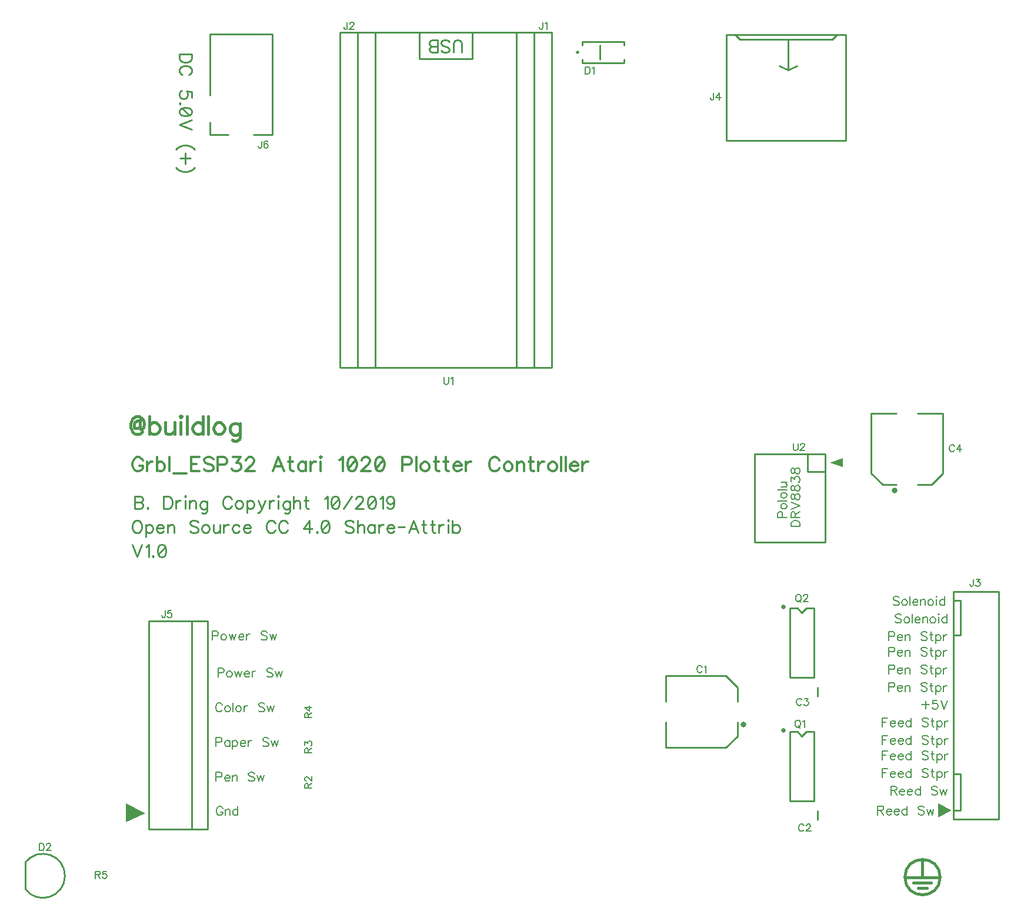
<source format=gbr>
G04 DipTrace 3.3.1.3*
G04 TopSilk.gbr*
%MOIN*%
G04 #@! TF.FileFunction,Legend,Top*
G04 #@! TF.Part,Single*
%ADD10C,0.009843*%
%ADD23C,0.0151*%
%ADD24C,0.031465*%
%ADD27C,0.031508*%
%ADD29C,0.019695*%
%ADD45C,0.024995*%
%ADD107C,0.006176*%
%ADD108C,0.00772*%
%ADD109C,0.012351*%
%ADD110C,0.010807*%
%ADD111C,0.015439*%
%FSLAX26Y26*%
G04*
G70*
G90*
G75*
G01*
G04 TopSilk*
%LPD*%
X4238769Y1278444D2*
D10*
Y1422157D1*
Y1278444D2*
X4579352D1*
X4238769Y1540243D2*
Y1683956D1*
X4579352D1*
X4644300Y1343407D2*
Y1422157D1*
Y1540243D2*
Y1618993D1*
Y1343407D2*
X4579352Y1278444D1*
X4644300Y1618993D2*
X4579352Y1683956D1*
D24*
X4677731Y1410337D3*
X5097560Y919271D2*
D10*
Y868129D1*
Y1619271D2*
Y1568129D1*
X5403444Y3173631D2*
X5547157D1*
X5403444D2*
Y2833048D1*
X5665243Y3173631D2*
X5808956D1*
Y2833048D1*
X5468407Y2768100D2*
X5547157D1*
X5665243D2*
X5743993D1*
X5468407D2*
X5403444Y2833048D1*
X5743993Y2768100D2*
X5808956Y2833048D1*
D27*
X5535337Y2734669D3*
X3766821Y5258066D2*
D10*
Y5277755D1*
X4003045D1*
Y5258066D1*
X3766821Y5179334D2*
Y5159645D1*
X4003045D1*
Y5179334D1*
X3865267Y5258066D2*
Y5179334D1*
D29*
X3737307Y5218700D3*
X608667Y476243D2*
D10*
Y626118D1*
X608892Y475943D2*
G03X608892Y626418I99796J75238D01*
G01*
X3593700Y3805500D2*
Y3797900D1*
Y5257100D2*
Y3431200D1*
Y5331200D2*
Y5257100D1*
X3493700Y5331200D2*
X3593700D1*
X3493700D2*
Y3431200D1*
X3593700D1*
X2493700Y3805500D2*
Y3797900D1*
Y5257100D2*
Y3431200D1*
Y5331200D2*
Y5257100D1*
X2393700Y5331200D2*
X2493700D1*
X2393700D2*
Y3431200D1*
X2493700D1*
X5870260Y872145D2*
X6126180D1*
Y2161515D1*
X5870260D1*
Y872145D1*
Y921399D2*
X5909635D1*
Y1128085D1*
X5870260D1*
Y921399D1*
Y1915503D2*
X5909635D1*
Y2112261D1*
X5870260D1*
Y1915503D1*
G36*
X5860442Y921399D2*
X5781692Y881944D1*
Y960725D1*
X5860442Y921399D1*
G37*
X5208446Y5318109D2*
D10*
X5183471Y5293089D1*
X5258464Y5318109D2*
X4583464D1*
Y4718109D1*
X5258464D1*
Y5318109D1*
X5183471Y5293089D2*
X4658456D1*
X4633481Y5318109D1*
X4933451Y5293089D2*
Y5118129D1*
X4983469Y5143089D1*
X4933451Y5118129D2*
X4883434Y5143089D1*
X1307777Y815649D2*
X1642420D1*
Y1996751D1*
X1307777D1*
Y815649D1*
X1553833D2*
X1642420D1*
Y1996751D1*
X1553833D1*
Y815649D1*
G36*
X1288070Y904231D2*
X1179822Y963287D1*
Y854980D1*
X1288070Y904231D1*
G37*
X1654015Y4976104D2*
D10*
Y5320570D1*
X2008357D1*
Y5316635D1*
Y5320570D2*
Y4753636D1*
X1902063D1*
X1760350D2*
X1654015D1*
Y4822564D1*
X4941375Y1368681D2*
Y974950D1*
X5078899D1*
Y1368681D1*
X4941375D2*
X4985142D1*
X5078899D2*
X5035132D1*
D45*
X4903882Y1374951D3*
X4985142Y1368681D2*
D10*
X5010137Y1343684D1*
X5035132Y1368681D1*
X4941375Y2068681D2*
Y1674950D1*
X5078899D1*
Y2068681D1*
X4941375D2*
X4985142D1*
X5078899D2*
X5035132D1*
D45*
X4903882Y2074951D3*
X4985142Y2068681D2*
D10*
X5010137Y2043684D1*
X5035132Y2068681D1*
X3493700Y3431183D2*
X2493700D1*
Y5331200D1*
X3493700D1*
Y3431183D1*
X3393700D2*
Y5331200D1*
X2593700Y3431183D2*
Y5331200D1*
X3309800Y3430755D2*
D3*
X3143700Y5181300D2*
X2843700D1*
Y5331200D1*
X3143700D1*
Y5181300D1*
G36*
X5168700Y2893700D2*
X5243700Y2918700D1*
Y2868700D1*
X5168700Y2893700D1*
G37*
X4843700Y2443700D2*
D10*
X5043700D1*
Y2943700D2*
X5143700D1*
Y2843700D1*
X5043700D1*
Y2943700D1*
X4743700D2*
X5143700D1*
Y2443700D1*
X4743700D1*
Y2943700D1*
X5593700Y543700D2*
D23*
G02X5593700Y543700I100000J0D01*
G01*
X5793700D1*
X5643700Y512451D2*
X5743700D1*
X5668700Y481200D2*
X5718700D1*
X5693700Y549949D2*
Y637451D1*
X4444910Y1732984D2*
D107*
X4443008Y1736786D1*
X4439161Y1740633D1*
X4435359Y1742534D1*
X4427710D1*
X4423863Y1740633D1*
X4420060Y1736786D1*
X4418115Y1732984D1*
X4416214Y1727236D1*
Y1717641D1*
X4418115Y1711937D1*
X4420060Y1708090D1*
X4423863Y1704288D1*
X4427710Y1702342D1*
X4435359D1*
X4439161Y1704288D1*
X4443008Y1708090D1*
X4444910Y1711937D1*
X4457261Y1734841D2*
X4461108Y1736786D1*
X4466856Y1742490D1*
Y1702342D1*
X5021458Y834755D2*
X5019557Y838558D1*
X5015710Y842405D1*
X5011907Y844306D1*
X5004258D1*
X5000411Y842405D1*
X4996609Y838558D1*
X4994663Y834755D1*
X4992762Y829007D1*
Y819413D1*
X4994663Y813709D1*
X4996609Y809862D1*
X5000411Y806060D1*
X5004258Y804114D1*
X5011907D1*
X5015710Y806060D1*
X5019557Y809862D1*
X5021458Y813709D1*
X5035755Y834711D2*
Y836613D1*
X5037656Y840459D1*
X5039557Y842361D1*
X5043404Y844262D1*
X5051053D1*
X5054856Y842361D1*
X5056757Y840459D1*
X5058703Y836613D1*
Y832810D1*
X5056757Y828963D1*
X5052955Y823259D1*
X5033809Y804114D1*
X5060604D1*
X5008958Y1547255D2*
X5007057Y1551058D1*
X5003210Y1554905D1*
X4999407Y1556806D1*
X4991758D1*
X4987911Y1554905D1*
X4984109Y1551058D1*
X4982163Y1547255D1*
X4980262Y1541507D1*
Y1531913D1*
X4982163Y1526209D1*
X4984109Y1522362D1*
X4987911Y1518560D1*
X4991758Y1516614D1*
X4999407D1*
X5003210Y1518560D1*
X5007057Y1522362D1*
X5008958Y1526209D1*
X5025156Y1556762D2*
X5046158D1*
X5034707Y1541463D1*
X5040455D1*
X5044257Y1539562D1*
X5046158Y1537661D1*
X5048104Y1531913D1*
Y1528110D1*
X5046158Y1522362D1*
X5042356Y1518515D1*
X5036608Y1516614D1*
X5030860D1*
X5025156Y1518515D1*
X5023255Y1520461D1*
X5021309Y1524263D1*
X5875024Y2985641D2*
X5873123Y2989444D1*
X5869276Y2993291D1*
X5865474Y2995192D1*
X5857824D1*
X5853978Y2993291D1*
X5850175Y2989444D1*
X5848230Y2985641D1*
X5846328Y2979893D1*
Y2970298D1*
X5848230Y2964595D1*
X5850175Y2960748D1*
X5853978Y2956945D1*
X5857824Y2955000D1*
X5865474D1*
X5869276Y2956945D1*
X5873123Y2960748D1*
X5875024Y2964595D1*
X5906521Y2955000D2*
Y2995148D1*
X5887376Y2968397D1*
X5916072D1*
X3783306Y5136334D2*
Y5096142D1*
X3796703D1*
X3802451Y5098087D1*
X3806298Y5101890D1*
X3808199Y5105736D1*
X3810101Y5111440D1*
Y5121035D1*
X3808199Y5126783D1*
X3806298Y5130586D1*
X3802451Y5134432D1*
X3796703Y5136334D1*
X3783306D1*
X3822452Y5128640D2*
X3826299Y5130586D1*
X3832047Y5136289D1*
Y5096142D1*
X688197Y734738D2*
Y694546D1*
X701594D1*
X707342Y696492D1*
X711189Y700294D1*
X713090Y704141D1*
X714991Y709845D1*
Y719440D1*
X713090Y725188D1*
X711189Y728990D1*
X707342Y732837D1*
X701594Y734738D1*
X688197D1*
X729288Y725143D2*
Y727045D1*
X731190Y730891D1*
X733091Y732793D1*
X736938Y734694D1*
X744587D1*
X748390Y732793D1*
X750291Y730891D1*
X752236Y727045D1*
Y723242D1*
X750291Y719395D1*
X746488Y713692D1*
X727343Y694546D1*
X754138D1*
X3542300Y5389778D2*
Y5359181D1*
X3540398Y5353433D1*
X3538453Y5351532D1*
X3534650Y5349586D1*
X3530804D1*
X3527001Y5351532D1*
X3525100Y5353433D1*
X3523154Y5359181D1*
Y5362984D1*
X3554651Y5382085D2*
X3558498Y5384030D1*
X3564246Y5389734D1*
Y5349586D1*
X2433700Y5389778D2*
Y5359181D1*
X2431798Y5353433D1*
X2429853Y5351532D1*
X2426050Y5349586D1*
X2422204D1*
X2418401Y5351532D1*
X2416500Y5353433D1*
X2414554Y5359181D1*
Y5362984D1*
X2447997Y5380184D2*
Y5382085D1*
X2449898Y5385932D1*
X2451799Y5387833D1*
X2455646Y5389734D1*
X2463295D1*
X2467098Y5387833D1*
X2468999Y5385932D1*
X2470944Y5382085D1*
Y5378282D1*
X2468999Y5374436D1*
X2465196Y5368732D1*
X2446051Y5349586D1*
X2472846D1*
X5981436Y2232593D2*
Y2201996D1*
X5979535Y2196248D1*
X5977589Y2194347D1*
X5973787Y2192401D1*
X5969940D1*
X5966137Y2194347D1*
X5964236Y2196248D1*
X5962291Y2201996D1*
Y2205799D1*
X5997634Y2232549D2*
X6018636D1*
X6007185Y2217251D1*
X6012933D1*
X6016735Y2215349D1*
X6018636Y2213448D1*
X6020582Y2207700D1*
Y2203897D1*
X6018636Y2198149D1*
X6014834Y2194303D1*
X6009086Y2192401D1*
X6003338D1*
X5997634Y2194303D1*
X5995733Y2196248D1*
X5993787Y2200051D1*
X4510013Y4989188D2*
Y4958591D1*
X4508112Y4952843D1*
X4506166Y4950941D1*
X4502363Y4948996D1*
X4498517D1*
X4494714Y4950941D1*
X4492813Y4952843D1*
X4490867Y4958591D1*
Y4962393D1*
X4541510Y4948996D2*
Y4989144D1*
X4522364Y4962393D1*
X4551060D1*
X1401121Y2055330D2*
Y2024732D1*
X1399220Y2018984D1*
X1397274Y2017083D1*
X1393472Y2015138D1*
X1389625D1*
X1385822Y2017083D1*
X1383921Y2018984D1*
X1381976Y2024732D1*
Y2028535D1*
X1436420Y2055285D2*
X1417319D1*
X1415418Y2038086D1*
X1417319Y2039987D1*
X1423067Y2041932D1*
X1428771D1*
X1434519Y2039987D1*
X1438366Y2036184D1*
X1440267Y2030436D1*
Y2026634D1*
X1438366Y2020886D1*
X1434519Y2017039D1*
X1428771Y2015138D1*
X1423067D1*
X1417319Y2017039D1*
X1415418Y2018984D1*
X1413472Y2022787D1*
X1948546Y4716649D2*
Y4686051D1*
X1946645Y4680303D1*
X1944700Y4678402D1*
X1940897Y4676457D1*
X1937050D1*
X1933248Y4678402D1*
X1931347Y4680303D1*
X1929401Y4686051D1*
Y4689854D1*
X1983846Y4710901D2*
X1981944Y4714703D1*
X1976196Y4716604D1*
X1972394D1*
X1966646Y4714703D1*
X1962799Y4708955D1*
X1960898Y4699404D1*
Y4689854D1*
X1962799Y4682205D1*
X1966646Y4678358D1*
X1972394Y4676457D1*
X1974295D1*
X1979999Y4678358D1*
X1983846Y4682205D1*
X1985747Y4687953D1*
Y4689854D1*
X1983846Y4695602D1*
X1979999Y4699404D1*
X1974295Y4701306D1*
X1972394D1*
X1966646Y4699404D1*
X1962799Y4695602D1*
X1960898Y4689854D1*
X4982839Y1433528D2*
X4979037Y1431671D1*
X4975190Y1427825D1*
X4973289Y1423978D1*
X4971343Y1418230D1*
Y1408679D1*
X4973289Y1402931D1*
X4975190Y1399129D1*
X4979037Y1395282D1*
X4982839Y1393381D1*
X4990489D1*
X4994335Y1395282D1*
X4998138Y1399129D1*
X5000039Y1402931D1*
X5001985Y1408679D1*
Y1418230D1*
X5000039Y1423978D1*
X4998138Y1427825D1*
X4994335Y1431671D1*
X4990489Y1433528D1*
X4982839D1*
X4988587Y1401030D2*
X5000039Y1389534D1*
X5014336Y1425835D2*
X5018183Y1427780D1*
X5023931Y1433484D1*
Y1393336D1*
X4986739Y2146028D2*
X4982937Y2144171D1*
X4979090Y2140325D1*
X4977189Y2136478D1*
X4975243Y2130730D1*
Y2121179D1*
X4977189Y2115431D1*
X4979090Y2111629D1*
X4982937Y2107782D1*
X4986739Y2105881D1*
X4994389D1*
X4998235Y2107782D1*
X5002038Y2111629D1*
X5003939Y2115431D1*
X5005885Y2121179D1*
Y2130730D1*
X5003939Y2136478D1*
X5002038Y2140325D1*
X4998235Y2144171D1*
X4994389Y2146028D1*
X4986739D1*
X4992487Y2113530D2*
X5003939Y2102034D1*
X5020182Y2136434D2*
Y2138335D1*
X5022083Y2142182D1*
X5023984Y2144083D1*
X5027831Y2145984D1*
X5035480D1*
X5039283Y2144083D1*
X5041184Y2142182D1*
X5043129Y2138335D1*
Y2134532D1*
X5041184Y2130686D1*
X5037381Y2124982D1*
X5018236Y2105836D1*
X5045031D1*
X2212239Y1048328D2*
Y1065528D1*
X2210294Y1071276D1*
X2208393Y1073222D1*
X2204590Y1075123D1*
X2200743D1*
X2196941Y1073222D1*
X2194995Y1071276D1*
X2193094Y1065528D1*
Y1048328D1*
X2233286D1*
X2212239Y1061726D2*
X2233286Y1075123D1*
X2202689Y1089420D2*
X2200788D1*
X2196941Y1091321D1*
X2195040Y1093222D1*
X2193138Y1097069D1*
Y1104718D1*
X2195040Y1108521D1*
X2196941Y1110422D1*
X2200788Y1112368D1*
X2204590D1*
X2208437Y1110422D1*
X2214141Y1106620D1*
X2233286Y1087474D1*
Y1114269D1*
X2212239Y1248328D2*
Y1265528D1*
X2210294Y1271276D1*
X2208393Y1273222D1*
X2204590Y1275123D1*
X2200743D1*
X2196941Y1273222D1*
X2194995Y1271276D1*
X2193094Y1265528D1*
Y1248328D1*
X2233286D1*
X2212239Y1261726D2*
X2233286Y1275123D1*
X2193138Y1291321D2*
Y1312323D1*
X2208437Y1300872D1*
Y1306620D1*
X2210338Y1310422D1*
X2212239Y1312323D1*
X2217987Y1314269D1*
X2221790D1*
X2227538Y1312323D1*
X2231385Y1308521D1*
X2233286Y1302773D1*
Y1297025D1*
X2231385Y1291321D1*
X2229439Y1289420D1*
X2225637Y1287474D1*
X2212239Y1447378D2*
Y1464577D1*
X2210294Y1470325D1*
X2208393Y1472271D1*
X2204590Y1474172D1*
X2200743D1*
X2196941Y1472271D1*
X2194995Y1470325D1*
X2193094Y1464577D1*
Y1447378D1*
X2233286D1*
X2212239Y1460775D2*
X2233286Y1474172D1*
Y1505669D2*
X2193138D1*
X2219889Y1486524D1*
Y1515219D1*
X1006202Y558035D2*
X1023402D1*
X1029150Y559980D1*
X1031095Y561881D1*
X1032997Y565684D1*
Y569531D1*
X1031095Y573333D1*
X1029150Y575279D1*
X1023402Y577180D1*
X1006202D1*
Y536988D1*
X1019599Y558035D2*
X1032997Y536988D1*
X1068296Y577136D2*
X1049195D1*
X1047294Y559936D1*
X1049195Y561837D1*
X1054943Y563783D1*
X1060647D1*
X1066395Y561837D1*
X1070242Y558035D1*
X1072143Y552287D1*
Y548484D1*
X1070242Y542736D1*
X1066395Y538889D1*
X1060647Y536988D1*
X1054943D1*
X1049195Y538889D1*
X1047294Y540835D1*
X1045348Y544637D1*
X2981830Y3377278D2*
Y3348583D1*
X2983731Y3342834D1*
X2987578Y3339032D1*
X2993326Y3337086D1*
X2997128D1*
X3002876Y3339032D1*
X3006723Y3342834D1*
X3008624Y3348583D1*
Y3377278D1*
X3020976Y3369585D2*
X3024822Y3371530D1*
X3030570Y3377234D1*
Y3337086D1*
X4960730Y3002278D2*
Y2973583D1*
X4962631Y2967834D1*
X4966478Y2964032D1*
X4972226Y2962086D1*
X4976028D1*
X4981776Y2964032D1*
X4985623Y2967834D1*
X4987524Y2973583D1*
Y3002278D1*
X5001821Y2992684D2*
Y2994585D1*
X5003722Y2998432D1*
X5005624Y3000333D1*
X5009470Y3002234D1*
X5017120D1*
X5020922Y3000333D1*
X5022824Y2998432D1*
X5024769Y2994585D1*
Y2990782D1*
X5022824Y2986936D1*
X5019021Y2981232D1*
X4999876Y2962086D1*
X5026670D1*
X5439841Y923029D2*
D108*
X5461341D1*
X5468526Y925461D1*
X5470957Y927837D1*
X5473334Y932590D1*
Y937399D1*
X5470957Y942152D1*
X5468526Y944584D1*
X5461341Y946960D1*
X5439841D1*
Y896720D1*
X5456587Y923029D2*
X5473334Y896720D1*
X5488773Y915844D2*
X5517458D1*
Y920652D1*
X5515082Y925461D1*
X5512705Y927837D1*
X5507896Y930214D1*
X5500711D1*
X5495958Y927837D1*
X5491150Y923029D1*
X5488773Y915844D1*
Y911091D1*
X5491150Y903906D1*
X5495958Y899152D1*
X5500711Y896720D1*
X5507896D1*
X5512705Y899152D1*
X5517458Y903906D1*
X5532897Y915844D2*
X5561582D1*
Y920652D1*
X5559206Y925461D1*
X5556829Y927837D1*
X5552021Y930214D1*
X5544836D1*
X5540082Y927837D1*
X5535274Y923029D1*
X5532897Y915844D1*
Y911091D1*
X5535274Y903906D1*
X5540082Y899152D1*
X5544836Y896720D1*
X5552021D1*
X5556829Y899152D1*
X5561582Y903906D1*
X5605706Y946960D2*
Y896720D1*
Y923029D2*
X5600953Y927837D1*
X5596145Y930214D1*
X5588960D1*
X5584207Y927837D1*
X5579398Y923029D1*
X5577022Y915844D1*
Y911091D1*
X5579398Y903906D1*
X5584207Y899152D1*
X5588960Y896720D1*
X5596145D1*
X5600953Y899152D1*
X5605706Y903906D1*
X5703240Y939775D2*
X5698487Y944584D1*
X5691302Y946960D1*
X5681740D1*
X5674555Y944584D1*
X5669747Y939775D1*
Y935022D1*
X5672178Y930214D1*
X5674555Y927837D1*
X5679308Y925461D1*
X5693678Y920652D1*
X5698487Y918276D1*
X5700863Y915844D1*
X5703240Y911091D1*
Y903906D1*
X5698487Y899152D1*
X5691302Y896720D1*
X5681740D1*
X5674555Y899152D1*
X5669747Y903906D1*
X5718679Y930214D2*
X5728241Y896720D1*
X5737802Y930214D1*
X5747364Y896720D1*
X5756926Y930214D1*
X5514841Y1035529D2*
X5536341D1*
X5543526Y1037961D1*
X5545957Y1040337D1*
X5548334Y1045090D1*
Y1049899D1*
X5545957Y1054652D1*
X5543526Y1057084D1*
X5536341Y1059460D1*
X5514841D1*
Y1009220D1*
X5531587Y1035529D2*
X5548334Y1009220D1*
X5563773Y1028344D2*
X5592458D1*
Y1033152D1*
X5590082Y1037961D1*
X5587705Y1040337D1*
X5582896Y1042714D1*
X5575711D1*
X5570958Y1040337D1*
X5566150Y1035529D1*
X5563773Y1028344D1*
Y1023591D1*
X5566150Y1016406D1*
X5570958Y1011652D1*
X5575711Y1009220D1*
X5582896D1*
X5587705Y1011652D1*
X5592458Y1016406D1*
X5607897Y1028344D2*
X5636582D1*
Y1033152D1*
X5634206Y1037961D1*
X5631829Y1040337D1*
X5627021Y1042714D1*
X5619836D1*
X5615082Y1040337D1*
X5610274Y1035529D1*
X5607897Y1028344D1*
Y1023591D1*
X5610274Y1016406D1*
X5615082Y1011652D1*
X5619836Y1009220D1*
X5627021D1*
X5631829Y1011652D1*
X5636582Y1016406D1*
X5680706Y1059460D2*
Y1009220D1*
Y1035529D2*
X5675953Y1040337D1*
X5671145Y1042714D1*
X5663960D1*
X5659207Y1040337D1*
X5654398Y1035529D1*
X5652022Y1028344D1*
Y1023591D1*
X5654398Y1016406D1*
X5659207Y1011652D1*
X5663960Y1009220D1*
X5671145D1*
X5675953Y1011652D1*
X5680706Y1016406D1*
X5778240Y1052275D2*
X5773487Y1057084D1*
X5766302Y1059460D1*
X5756740D1*
X5749555Y1057084D1*
X5744747Y1052275D1*
Y1047522D1*
X5747178Y1042714D1*
X5749555Y1040337D1*
X5754308Y1037961D1*
X5768678Y1033152D1*
X5773487Y1030776D1*
X5775863Y1028344D1*
X5778240Y1023591D1*
Y1016406D1*
X5773487Y1011652D1*
X5766302Y1009220D1*
X5756740D1*
X5749555Y1011652D1*
X5744747Y1016406D1*
X5793679Y1042714D2*
X5803241Y1009220D1*
X5812802Y1042714D1*
X5822364Y1009220D1*
X5831926Y1042714D1*
X5495957Y1159460D2*
X5464841D1*
Y1109220D1*
Y1135529D2*
X5483964D1*
X5511397Y1128344D2*
X5540082D1*
Y1133152D1*
X5537705Y1137961D1*
X5535328Y1140337D1*
X5530520Y1142714D1*
X5523335D1*
X5518582Y1140337D1*
X5513773Y1135529D1*
X5511397Y1128344D1*
Y1123591D1*
X5513773Y1116406D1*
X5518582Y1111652D1*
X5523335Y1109220D1*
X5530520D1*
X5535328Y1111652D1*
X5540082Y1116406D1*
X5555521Y1128344D2*
X5584206D1*
Y1133152D1*
X5581829Y1137961D1*
X5579452Y1140337D1*
X5574644Y1142714D1*
X5567459D1*
X5562706Y1140337D1*
X5557897Y1135529D1*
X5555521Y1128344D1*
Y1123591D1*
X5557897Y1116406D1*
X5562706Y1111652D1*
X5567459Y1109220D1*
X5574644D1*
X5579452Y1111652D1*
X5584206Y1116406D1*
X5628330Y1159460D2*
Y1109220D1*
Y1135529D2*
X5623577Y1140337D1*
X5618768Y1142714D1*
X5611583D1*
X5606830Y1140337D1*
X5602022Y1135529D1*
X5599645Y1128344D1*
Y1123591D1*
X5602022Y1116406D1*
X5606830Y1111652D1*
X5611583Y1109220D1*
X5618768D1*
X5623577Y1111652D1*
X5628330Y1116406D1*
X5725863Y1152275D2*
X5721110Y1157084D1*
X5713925Y1159460D1*
X5704364D1*
X5697178Y1157084D1*
X5692370Y1152275D1*
Y1147522D1*
X5694802Y1142714D1*
X5697178Y1140337D1*
X5701932Y1137961D1*
X5716302Y1133152D1*
X5721110Y1130776D1*
X5723487Y1128344D1*
X5725863Y1123591D1*
Y1116406D1*
X5721110Y1111652D1*
X5713925Y1109220D1*
X5704364D1*
X5697178Y1111652D1*
X5692370Y1116406D1*
X5748488Y1159460D2*
Y1118782D1*
X5750864Y1111652D1*
X5755673Y1109220D1*
X5760426D1*
X5741303Y1142714D2*
X5758049D1*
X5775865D2*
Y1092474D1*
Y1135529D2*
X5780674Y1140282D1*
X5785427Y1142714D1*
X5792612D1*
X5797420Y1140282D1*
X5802173Y1135529D1*
X5804605Y1128344D1*
Y1123535D1*
X5802173Y1116406D1*
X5797420Y1111597D1*
X5792612Y1109220D1*
X5785427D1*
X5780674Y1111597D1*
X5775865Y1116406D1*
X5820045Y1142714D2*
Y1109220D1*
Y1128344D2*
X5822476Y1135529D1*
X5827230Y1140337D1*
X5832038Y1142714D1*
X5839223D1*
X5495957Y1259460D2*
X5464841D1*
Y1209220D1*
Y1235529D2*
X5483964D1*
X5511397Y1228344D2*
X5540082D1*
Y1233152D1*
X5537705Y1237961D1*
X5535328Y1240337D1*
X5530520Y1242714D1*
X5523335D1*
X5518582Y1240337D1*
X5513773Y1235529D1*
X5511397Y1228344D1*
Y1223591D1*
X5513773Y1216406D1*
X5518582Y1211652D1*
X5523335Y1209220D1*
X5530520D1*
X5535328Y1211652D1*
X5540082Y1216406D1*
X5555521Y1228344D2*
X5584206D1*
Y1233152D1*
X5581829Y1237961D1*
X5579452Y1240337D1*
X5574644Y1242714D1*
X5567459D1*
X5562706Y1240337D1*
X5557897Y1235529D1*
X5555521Y1228344D1*
Y1223591D1*
X5557897Y1216406D1*
X5562706Y1211652D1*
X5567459Y1209220D1*
X5574644D1*
X5579452Y1211652D1*
X5584206Y1216406D1*
X5628330Y1259460D2*
Y1209220D1*
Y1235529D2*
X5623577Y1240337D1*
X5618768Y1242714D1*
X5611583D1*
X5606830Y1240337D1*
X5602022Y1235529D1*
X5599645Y1228344D1*
Y1223591D1*
X5602022Y1216406D1*
X5606830Y1211652D1*
X5611583Y1209220D1*
X5618768D1*
X5623577Y1211652D1*
X5628330Y1216406D1*
X5725863Y1252275D2*
X5721110Y1257084D1*
X5713925Y1259460D1*
X5704364D1*
X5697178Y1257084D1*
X5692370Y1252275D1*
Y1247522D1*
X5694802Y1242714D1*
X5697178Y1240337D1*
X5701932Y1237961D1*
X5716302Y1233152D1*
X5721110Y1230776D1*
X5723487Y1228344D1*
X5725863Y1223591D1*
Y1216406D1*
X5721110Y1211652D1*
X5713925Y1209220D1*
X5704364D1*
X5697178Y1211652D1*
X5692370Y1216406D1*
X5748488Y1259460D2*
Y1218782D1*
X5750864Y1211652D1*
X5755673Y1209220D1*
X5760426D1*
X5741303Y1242714D2*
X5758049D1*
X5775865D2*
Y1192474D1*
Y1235529D2*
X5780674Y1240282D1*
X5785427Y1242714D1*
X5792612D1*
X5797420Y1240282D1*
X5802173Y1235529D1*
X5804605Y1228344D1*
Y1223535D1*
X5802173Y1216406D1*
X5797420Y1211597D1*
X5792612Y1209220D1*
X5785427D1*
X5780674Y1211597D1*
X5775865Y1216406D1*
X5820045Y1242714D2*
Y1209220D1*
Y1228344D2*
X5822476Y1235529D1*
X5827230Y1240337D1*
X5832038Y1242714D1*
X5839223D1*
X5495957Y1346960D2*
X5464841D1*
Y1296720D1*
Y1323029D2*
X5483964D1*
X5511397Y1315844D2*
X5540082D1*
Y1320652D1*
X5537705Y1325461D1*
X5535328Y1327837D1*
X5530520Y1330214D1*
X5523335D1*
X5518582Y1327837D1*
X5513773Y1323029D1*
X5511397Y1315844D1*
Y1311091D1*
X5513773Y1303906D1*
X5518582Y1299152D1*
X5523335Y1296720D1*
X5530520D1*
X5535328Y1299152D1*
X5540082Y1303906D1*
X5555521Y1315844D2*
X5584206D1*
Y1320652D1*
X5581829Y1325461D1*
X5579452Y1327837D1*
X5574644Y1330214D1*
X5567459D1*
X5562706Y1327837D1*
X5557897Y1323029D1*
X5555521Y1315844D1*
Y1311091D1*
X5557897Y1303906D1*
X5562706Y1299152D1*
X5567459Y1296720D1*
X5574644D1*
X5579452Y1299152D1*
X5584206Y1303906D1*
X5628330Y1346960D2*
Y1296720D1*
Y1323029D2*
X5623577Y1327837D1*
X5618768Y1330214D1*
X5611583D1*
X5606830Y1327837D1*
X5602022Y1323029D1*
X5599645Y1315844D1*
Y1311091D1*
X5602022Y1303906D1*
X5606830Y1299152D1*
X5611583Y1296720D1*
X5618768D1*
X5623577Y1299152D1*
X5628330Y1303906D1*
X5725863Y1339775D2*
X5721110Y1344584D1*
X5713925Y1346960D1*
X5704364D1*
X5697178Y1344584D1*
X5692370Y1339775D1*
Y1335022D1*
X5694802Y1330214D1*
X5697178Y1327837D1*
X5701932Y1325461D1*
X5716302Y1320652D1*
X5721110Y1318276D1*
X5723487Y1315844D1*
X5725863Y1311091D1*
Y1303906D1*
X5721110Y1299152D1*
X5713925Y1296720D1*
X5704364D1*
X5697178Y1299152D1*
X5692370Y1303906D1*
X5748488Y1346960D2*
Y1306282D1*
X5750864Y1299152D1*
X5755673Y1296720D1*
X5760426D1*
X5741303Y1330214D2*
X5758049D1*
X5775865D2*
Y1279974D1*
Y1323029D2*
X5780674Y1327782D1*
X5785427Y1330214D1*
X5792612D1*
X5797420Y1327782D1*
X5802173Y1323029D1*
X5804605Y1315844D1*
Y1311035D1*
X5802173Y1303906D1*
X5797420Y1299097D1*
X5792612Y1296720D1*
X5785427D1*
X5780674Y1299097D1*
X5775865Y1303906D1*
X5820045Y1330214D2*
Y1296720D1*
Y1315844D2*
X5822476Y1323029D1*
X5827230Y1327837D1*
X5832038Y1330214D1*
X5839223D1*
X5495957Y1446960D2*
X5464841D1*
Y1396720D1*
Y1423029D2*
X5483964D1*
X5511397Y1415844D2*
X5540082D1*
Y1420652D1*
X5537705Y1425461D1*
X5535328Y1427837D1*
X5530520Y1430214D1*
X5523335D1*
X5518582Y1427837D1*
X5513773Y1423029D1*
X5511397Y1415844D1*
Y1411091D1*
X5513773Y1403906D1*
X5518582Y1399152D1*
X5523335Y1396720D1*
X5530520D1*
X5535328Y1399152D1*
X5540082Y1403906D1*
X5555521Y1415844D2*
X5584206D1*
Y1420652D1*
X5581829Y1425461D1*
X5579452Y1427837D1*
X5574644Y1430214D1*
X5567459D1*
X5562706Y1427837D1*
X5557897Y1423029D1*
X5555521Y1415844D1*
Y1411091D1*
X5557897Y1403906D1*
X5562706Y1399152D1*
X5567459Y1396720D1*
X5574644D1*
X5579452Y1399152D1*
X5584206Y1403906D1*
X5628330Y1446960D2*
Y1396720D1*
Y1423029D2*
X5623577Y1427837D1*
X5618768Y1430214D1*
X5611583D1*
X5606830Y1427837D1*
X5602022Y1423029D1*
X5599645Y1415844D1*
Y1411091D1*
X5602022Y1403906D1*
X5606830Y1399152D1*
X5611583Y1396720D1*
X5618768D1*
X5623577Y1399152D1*
X5628330Y1403906D1*
X5725863Y1439775D2*
X5721110Y1444584D1*
X5713925Y1446960D1*
X5704364D1*
X5697178Y1444584D1*
X5692370Y1439775D1*
Y1435022D1*
X5694802Y1430214D1*
X5697178Y1427837D1*
X5701932Y1425461D1*
X5716302Y1420652D1*
X5721110Y1418276D1*
X5723487Y1415844D1*
X5725863Y1411091D1*
Y1403906D1*
X5721110Y1399152D1*
X5713925Y1396720D1*
X5704364D1*
X5697178Y1399152D1*
X5692370Y1403906D1*
X5748488Y1446960D2*
Y1406282D1*
X5750864Y1399152D1*
X5755673Y1396720D1*
X5760426D1*
X5741303Y1430214D2*
X5758049D1*
X5775865D2*
Y1379974D1*
Y1423029D2*
X5780674Y1427782D1*
X5785427Y1430214D1*
X5792612D1*
X5797420Y1427782D1*
X5802173Y1423029D1*
X5804605Y1415844D1*
Y1411035D1*
X5802173Y1403906D1*
X5797420Y1399097D1*
X5792612Y1396720D1*
X5785427D1*
X5780674Y1399097D1*
X5775865Y1403906D1*
X5820045Y1430214D2*
Y1396720D1*
Y1415844D2*
X5822476Y1423029D1*
X5827230Y1427837D1*
X5832038Y1430214D1*
X5839223D1*
X5711341Y1543340D2*
Y1500285D1*
X5689841Y1521785D2*
X5732896D1*
X5777020Y1546905D2*
X5753143D1*
X5750767Y1525405D1*
X5753143Y1527782D1*
X5760328Y1530214D1*
X5767458D1*
X5774643Y1527782D1*
X5779452Y1523029D1*
X5781828Y1515844D1*
Y1511091D1*
X5779452Y1503906D1*
X5774643Y1499097D1*
X5767458Y1496720D1*
X5760328D1*
X5753143Y1499097D1*
X5750767Y1501529D1*
X5748335Y1506282D1*
X5797267Y1546960D2*
X5816391Y1496720D1*
X5835514Y1546960D1*
X5502341Y1908152D2*
X5523896D1*
X5531026Y1910529D1*
X5533457Y1912961D1*
X5535834Y1917714D1*
Y1924899D1*
X5533457Y1929652D1*
X5531026Y1932084D1*
X5523896Y1934460D1*
X5502341D1*
Y1884220D1*
X5551273Y1903344D2*
X5579958D1*
Y1908152D1*
X5577582Y1912961D1*
X5575205Y1915337D1*
X5570396Y1917714D1*
X5563211D1*
X5558458Y1915337D1*
X5553650Y1910529D1*
X5551273Y1903344D1*
Y1898591D1*
X5553650Y1891406D1*
X5558458Y1886652D1*
X5563211Y1884220D1*
X5570396D1*
X5575205Y1886652D1*
X5579958Y1891406D1*
X5595397Y1917714D2*
Y1884220D1*
Y1908152D2*
X5602582Y1915337D1*
X5607391Y1917714D1*
X5614521D1*
X5619329Y1915337D1*
X5621706Y1908152D1*
Y1884220D1*
X5719239Y1927275D2*
X5714486Y1932084D1*
X5707301Y1934460D1*
X5697739D1*
X5690554Y1932084D1*
X5685746Y1927275D1*
Y1922522D1*
X5688178Y1917714D1*
X5690554Y1915337D1*
X5695308Y1912961D1*
X5709678Y1908152D1*
X5714486Y1905776D1*
X5716863Y1903344D1*
X5719239Y1898591D1*
Y1891406D1*
X5714486Y1886652D1*
X5707301Y1884220D1*
X5697739D1*
X5690554Y1886652D1*
X5685746Y1891406D1*
X5741864Y1934460D2*
Y1893782D1*
X5744240Y1886652D1*
X5749049Y1884220D1*
X5753802D1*
X5734678Y1917714D2*
X5751425D1*
X5769241D2*
Y1867474D1*
Y1910529D2*
X5774049Y1915282D1*
X5778803Y1917714D1*
X5785988D1*
X5790796Y1915282D1*
X5795549Y1910529D1*
X5797981Y1903344D1*
Y1898535D1*
X5795549Y1891406D1*
X5790796Y1886597D1*
X5785988Y1884220D1*
X5778803D1*
X5774049Y1886597D1*
X5769241Y1891406D1*
X5813420Y1917714D2*
Y1884220D1*
Y1903344D2*
X5815852Y1910529D1*
X5820605Y1915337D1*
X5825414Y1917714D1*
X5832599D1*
X5502341Y1620652D2*
X5523896D1*
X5531026Y1623029D1*
X5533457Y1625461D1*
X5535834Y1630214D1*
Y1637399D1*
X5533457Y1642152D1*
X5531026Y1644584D1*
X5523896Y1646960D1*
X5502341D1*
Y1596720D1*
X5551273Y1615844D2*
X5579958D1*
Y1620652D1*
X5577582Y1625461D1*
X5575205Y1627837D1*
X5570396Y1630214D1*
X5563211D1*
X5558458Y1627837D1*
X5553650Y1623029D1*
X5551273Y1615844D1*
Y1611091D1*
X5553650Y1603906D1*
X5558458Y1599152D1*
X5563211Y1596720D1*
X5570396D1*
X5575205Y1599152D1*
X5579958Y1603906D1*
X5595397Y1630214D2*
Y1596720D1*
Y1620652D2*
X5602582Y1627837D1*
X5607391Y1630214D1*
X5614521D1*
X5619329Y1627837D1*
X5621706Y1620652D1*
Y1596720D1*
X5719239Y1639775D2*
X5714486Y1644584D1*
X5707301Y1646960D1*
X5697739D1*
X5690554Y1644584D1*
X5685746Y1639775D1*
Y1635022D1*
X5688178Y1630214D1*
X5690554Y1627837D1*
X5695308Y1625461D1*
X5709678Y1620652D1*
X5714486Y1618276D1*
X5716863Y1615844D1*
X5719239Y1611091D1*
Y1603906D1*
X5714486Y1599152D1*
X5707301Y1596720D1*
X5697739D1*
X5690554Y1599152D1*
X5685746Y1603906D1*
X5741864Y1646960D2*
Y1606282D1*
X5744240Y1599152D1*
X5749049Y1596720D1*
X5753802D1*
X5734678Y1630214D2*
X5751425D1*
X5769241D2*
Y1579974D1*
Y1623029D2*
X5774049Y1627782D1*
X5778803Y1630214D1*
X5785988D1*
X5790796Y1627782D1*
X5795549Y1623029D1*
X5797981Y1615844D1*
Y1611035D1*
X5795549Y1603906D1*
X5790796Y1599097D1*
X5785988Y1596720D1*
X5778803D1*
X5774049Y1599097D1*
X5769241Y1603906D1*
X5813420Y1630214D2*
Y1596720D1*
Y1615844D2*
X5815852Y1623029D1*
X5820605Y1627837D1*
X5825414Y1630214D1*
X5832599D1*
X5502341Y1720652D2*
X5523896D1*
X5531026Y1723029D1*
X5533457Y1725461D1*
X5535834Y1730214D1*
Y1737399D1*
X5533457Y1742152D1*
X5531026Y1744584D1*
X5523896Y1746960D1*
X5502341D1*
Y1696720D1*
X5551273Y1715844D2*
X5579958D1*
Y1720652D1*
X5577582Y1725461D1*
X5575205Y1727837D1*
X5570396Y1730214D1*
X5563211D1*
X5558458Y1727837D1*
X5553650Y1723029D1*
X5551273Y1715844D1*
Y1711091D1*
X5553650Y1703906D1*
X5558458Y1699152D1*
X5563211Y1696720D1*
X5570396D1*
X5575205Y1699152D1*
X5579958Y1703906D1*
X5595397Y1730214D2*
Y1696720D1*
Y1720652D2*
X5602582Y1727837D1*
X5607391Y1730214D1*
X5614521D1*
X5619329Y1727837D1*
X5621706Y1720652D1*
Y1696720D1*
X5719239Y1739775D2*
X5714486Y1744584D1*
X5707301Y1746960D1*
X5697739D1*
X5690554Y1744584D1*
X5685746Y1739775D1*
Y1735022D1*
X5688178Y1730214D1*
X5690554Y1727837D1*
X5695308Y1725461D1*
X5709678Y1720652D1*
X5714486Y1718276D1*
X5716863Y1715844D1*
X5719239Y1711091D1*
Y1703906D1*
X5714486Y1699152D1*
X5707301Y1696720D1*
X5697739D1*
X5690554Y1699152D1*
X5685746Y1703906D1*
X5741864Y1746960D2*
Y1706282D1*
X5744240Y1699152D1*
X5749049Y1696720D1*
X5753802D1*
X5734678Y1730214D2*
X5751425D1*
X5769241D2*
Y1679974D1*
Y1723029D2*
X5774049Y1727782D1*
X5778803Y1730214D1*
X5785988D1*
X5790796Y1727782D1*
X5795549Y1723029D1*
X5797981Y1715844D1*
Y1711035D1*
X5795549Y1703906D1*
X5790796Y1699097D1*
X5785988Y1696720D1*
X5778803D1*
X5774049Y1699097D1*
X5769241Y1703906D1*
X5813420Y1730214D2*
Y1696720D1*
Y1715844D2*
X5815852Y1723029D1*
X5820605Y1727837D1*
X5825414Y1730214D1*
X5832599D1*
X5502341Y1820652D2*
X5523896D1*
X5531026Y1823029D1*
X5533457Y1825461D1*
X5535834Y1830214D1*
Y1837399D1*
X5533457Y1842152D1*
X5531026Y1844584D1*
X5523896Y1846960D1*
X5502341D1*
Y1796720D1*
X5551273Y1815844D2*
X5579958D1*
Y1820652D1*
X5577582Y1825461D1*
X5575205Y1827837D1*
X5570396Y1830214D1*
X5563211D1*
X5558458Y1827837D1*
X5553650Y1823029D1*
X5551273Y1815844D1*
Y1811091D1*
X5553650Y1803906D1*
X5558458Y1799152D1*
X5563211Y1796720D1*
X5570396D1*
X5575205Y1799152D1*
X5579958Y1803906D1*
X5595397Y1830214D2*
Y1796720D1*
Y1820652D2*
X5602582Y1827837D1*
X5607391Y1830214D1*
X5614521D1*
X5619329Y1827837D1*
X5621706Y1820652D1*
Y1796720D1*
X5719239Y1839775D2*
X5714486Y1844584D1*
X5707301Y1846960D1*
X5697739D1*
X5690554Y1844584D1*
X5685746Y1839775D1*
Y1835022D1*
X5688178Y1830214D1*
X5690554Y1827837D1*
X5695308Y1825461D1*
X5709678Y1820652D1*
X5714486Y1818276D1*
X5716863Y1815844D1*
X5719239Y1811091D1*
Y1803906D1*
X5714486Y1799152D1*
X5707301Y1796720D1*
X5697739D1*
X5690554Y1799152D1*
X5685746Y1803906D1*
X5741864Y1846960D2*
Y1806282D1*
X5744240Y1799152D1*
X5749049Y1796720D1*
X5753802D1*
X5734678Y1830214D2*
X5751425D1*
X5769241D2*
Y1779974D1*
Y1823029D2*
X5774049Y1827782D1*
X5778803Y1830214D1*
X5785988D1*
X5790796Y1827782D1*
X5795549Y1823029D1*
X5797981Y1815844D1*
Y1811035D1*
X5795549Y1803906D1*
X5790796Y1799097D1*
X5785988Y1796720D1*
X5778803D1*
X5774049Y1799097D1*
X5769241Y1803906D1*
X5813420Y1830214D2*
Y1796720D1*
Y1815844D2*
X5815852Y1823029D1*
X5820605Y1827837D1*
X5825414Y1830214D1*
X5832599D1*
X5573334Y2027275D2*
X5568581Y2032084D1*
X5561396Y2034460D1*
X5551834D1*
X5544649Y2032084D1*
X5539841Y2027275D1*
Y2022522D1*
X5542273Y2017714D1*
X5544649Y2015337D1*
X5549402Y2012961D1*
X5563772Y2008152D1*
X5568581Y2005776D1*
X5570957Y2003344D1*
X5573334Y1998591D1*
Y1991406D1*
X5568581Y1986652D1*
X5561396Y1984220D1*
X5551834D1*
X5544649Y1986652D1*
X5539841Y1991406D1*
X5600711Y2017714D2*
X5595958Y2015337D1*
X5591150Y2010529D1*
X5588773Y2003344D1*
Y1998591D1*
X5591150Y1991406D1*
X5595958Y1986652D1*
X5600711Y1984220D1*
X5607896D1*
X5612705Y1986652D1*
X5617458Y1991406D1*
X5619890Y1998591D1*
Y2003344D1*
X5617458Y2010529D1*
X5612705Y2015337D1*
X5607896Y2017714D1*
X5600711D1*
X5635329Y2034460D2*
Y1984220D1*
X5650768Y2003344D2*
X5679453D1*
Y2008152D1*
X5677077Y2012961D1*
X5674700Y2015337D1*
X5669892Y2017714D1*
X5662707D1*
X5657954Y2015337D1*
X5653145Y2010529D1*
X5650768Y2003344D1*
Y1998591D1*
X5653145Y1991406D1*
X5657954Y1986652D1*
X5662707Y1984220D1*
X5669892D1*
X5674700Y1986652D1*
X5679453Y1991406D1*
X5694893Y2017714D2*
Y1984220D1*
Y2008152D2*
X5702078Y2015337D1*
X5706886Y2017714D1*
X5714016D1*
X5718824Y2015337D1*
X5721201Y2008152D1*
Y1984220D1*
X5748578Y2017714D2*
X5743825Y2015337D1*
X5739017Y2010529D1*
X5736640Y2003344D1*
Y1998591D1*
X5739017Y1991406D1*
X5743825Y1986652D1*
X5748578Y1984220D1*
X5755763D1*
X5760572Y1986652D1*
X5765325Y1991406D1*
X5767757Y1998591D1*
Y2003344D1*
X5765325Y2010529D1*
X5760572Y2015337D1*
X5755763Y2017714D1*
X5748578D1*
X5783196Y2034460D2*
X5785573Y2032084D1*
X5788005Y2034460D1*
X5785573Y2036892D1*
X5783196Y2034460D1*
X5785573Y2017714D2*
Y1984220D1*
X5832129Y2034460D2*
Y1984220D1*
Y2010529D2*
X5827376Y2015337D1*
X5822567Y2017714D1*
X5815382D1*
X5810629Y2015337D1*
X5805820Y2010529D1*
X5803444Y2003344D1*
Y1998591D1*
X5805820Y1991406D1*
X5810629Y1986652D1*
X5815382Y1984220D1*
X5822567D1*
X5827376Y1986652D1*
X5832129Y1991406D1*
X5560834Y2127275D2*
X5556081Y2132084D1*
X5548896Y2134460D1*
X5539334D1*
X5532149Y2132084D1*
X5527341Y2127275D1*
Y2122522D1*
X5529773Y2117714D1*
X5532149Y2115337D1*
X5536902Y2112961D1*
X5551272Y2108152D1*
X5556081Y2105776D1*
X5558457Y2103344D1*
X5560834Y2098591D1*
Y2091406D1*
X5556081Y2086652D1*
X5548896Y2084220D1*
X5539334D1*
X5532149Y2086652D1*
X5527341Y2091406D1*
X5588211Y2117714D2*
X5583458Y2115337D1*
X5578650Y2110529D1*
X5576273Y2103344D1*
Y2098591D1*
X5578650Y2091406D1*
X5583458Y2086652D1*
X5588211Y2084220D1*
X5595396D1*
X5600205Y2086652D1*
X5604958Y2091406D1*
X5607390Y2098591D1*
Y2103344D1*
X5604958Y2110529D1*
X5600205Y2115337D1*
X5595396Y2117714D1*
X5588211D1*
X5622829Y2134460D2*
Y2084220D1*
X5638268Y2103344D2*
X5666953D1*
Y2108152D1*
X5664577Y2112961D1*
X5662200Y2115337D1*
X5657392Y2117714D1*
X5650207D1*
X5645454Y2115337D1*
X5640645Y2110529D1*
X5638268Y2103344D1*
Y2098591D1*
X5640645Y2091406D1*
X5645454Y2086652D1*
X5650207Y2084220D1*
X5657392D1*
X5662200Y2086652D1*
X5666953Y2091406D1*
X5682393Y2117714D2*
Y2084220D1*
Y2108152D2*
X5689578Y2115337D1*
X5694386Y2117714D1*
X5701516D1*
X5706324Y2115337D1*
X5708701Y2108152D1*
Y2084220D1*
X5736078Y2117714D2*
X5731325Y2115337D1*
X5726517Y2110529D1*
X5724140Y2103344D1*
Y2098591D1*
X5726517Y2091406D1*
X5731325Y2086652D1*
X5736078Y2084220D1*
X5743263D1*
X5748072Y2086652D1*
X5752825Y2091406D1*
X5755257Y2098591D1*
Y2103344D1*
X5752825Y2110529D1*
X5748072Y2115337D1*
X5743263Y2117714D1*
X5736078D1*
X5770696Y2134460D2*
X5773073Y2132084D1*
X5775505Y2134460D1*
X5773073Y2136892D1*
X5770696Y2134460D1*
X5773073Y2117714D2*
Y2084220D1*
X5819629Y2134460D2*
Y2084220D1*
Y2110529D2*
X5814876Y2115337D1*
X5810067Y2117714D1*
X5802882D1*
X5798129Y2115337D1*
X5793320Y2110529D1*
X5790944Y2103344D1*
Y2098591D1*
X5793320Y2091406D1*
X5798129Y2086652D1*
X5802882Y2084220D1*
X5810067D1*
X5814876Y2086652D1*
X5819629Y2091406D1*
X1669073Y1911302D2*
X1690628D1*
X1697758Y1913678D1*
X1700190Y1916110D1*
X1702566Y1920863D1*
Y1928048D1*
X1700190Y1932802D1*
X1697758Y1935233D1*
X1690628Y1937610D1*
X1669073D1*
Y1887370D1*
X1729944Y1920863D2*
X1725191Y1918487D1*
X1720382Y1913678D1*
X1718006Y1906493D1*
Y1901740D1*
X1720382Y1894555D1*
X1725191Y1889802D1*
X1729944Y1887370D1*
X1737129D1*
X1741937Y1889802D1*
X1746690Y1894555D1*
X1749122Y1901740D1*
Y1906493D1*
X1746690Y1913678D1*
X1741937Y1918487D1*
X1737129Y1920863D1*
X1729944D1*
X1764562D2*
X1774123Y1887370D1*
X1783685Y1920863D1*
X1793246Y1887370D1*
X1802808Y1920863D1*
X1818247Y1906493D2*
X1846932D1*
Y1911302D1*
X1844556Y1916110D1*
X1842179Y1918487D1*
X1837371Y1920863D1*
X1830185D1*
X1825432Y1918487D1*
X1820624Y1913678D1*
X1818247Y1906493D1*
Y1901740D1*
X1820624Y1894555D1*
X1825432Y1889802D1*
X1830185Y1887370D1*
X1837371D1*
X1842179Y1889802D1*
X1846932Y1894555D1*
X1862371Y1920863D2*
Y1887370D1*
Y1906493D2*
X1864803Y1913678D1*
X1869556Y1918487D1*
X1874365Y1920863D1*
X1881550D1*
X1979083Y1930425D2*
X1974330Y1935233D1*
X1967145Y1937610D1*
X1957584D1*
X1950399Y1935233D1*
X1945590Y1930425D1*
Y1925672D1*
X1948022Y1920863D1*
X1950399Y1918487D1*
X1955152Y1916110D1*
X1969522Y1911302D1*
X1974330Y1908925D1*
X1976707Y1906493D1*
X1979083Y1901740D1*
Y1894555D1*
X1974330Y1889802D1*
X1967145Y1887370D1*
X1957584D1*
X1950399Y1889802D1*
X1945590Y1894555D1*
X1994523Y1920863D2*
X2004084Y1887370D1*
X2013646Y1920863D1*
X2023208Y1887370D1*
X2032769Y1920863D1*
X1700963Y1701951D2*
X1722518D1*
X1729648Y1704328D1*
X1732079Y1706760D1*
X1734456Y1711513D1*
Y1718698D1*
X1732079Y1723451D1*
X1729648Y1725883D1*
X1722518Y1728260D1*
X1700963D1*
Y1678020D1*
X1761834Y1711513D2*
X1757080Y1709136D1*
X1752272Y1704328D1*
X1749895Y1697143D1*
Y1692390D1*
X1752272Y1685205D1*
X1757080Y1680452D1*
X1761834Y1678020D1*
X1769019D1*
X1773827Y1680452D1*
X1778580Y1685205D1*
X1781012Y1692390D1*
Y1697143D1*
X1778580Y1704328D1*
X1773827Y1709136D1*
X1769019Y1711513D1*
X1761834D1*
X1796451D2*
X1806013Y1678020D1*
X1815575Y1711513D1*
X1825136Y1678020D1*
X1834698Y1711513D1*
X1850137Y1697143D2*
X1878822D1*
Y1701951D1*
X1876445Y1706760D1*
X1874069Y1709136D1*
X1869260Y1711513D1*
X1862075D1*
X1857322Y1709136D1*
X1852514Y1704328D1*
X1850137Y1697143D1*
Y1692390D1*
X1852514Y1685205D1*
X1857322Y1680452D1*
X1862075Y1678020D1*
X1869260D1*
X1874069Y1680452D1*
X1878822Y1685205D1*
X1894261Y1711513D2*
Y1678020D1*
Y1697143D2*
X1896693Y1704328D1*
X1901446Y1709136D1*
X1906255Y1711513D1*
X1913440D1*
X2010973Y1721075D2*
X2006220Y1725883D1*
X1999035Y1728260D1*
X1989473D1*
X1982288Y1725883D1*
X1977480Y1721075D1*
Y1716321D1*
X1979912Y1711513D1*
X1982288Y1709136D1*
X1987042Y1706760D1*
X2001412Y1701951D1*
X2006220Y1699575D1*
X2008597Y1697143D1*
X2010973Y1692390D1*
Y1685205D1*
X2006220Y1680452D1*
X1999035Y1678020D1*
X1989473D1*
X1982288Y1680452D1*
X1977480Y1685205D1*
X2026413Y1711513D2*
X2035974Y1678020D1*
X2045536Y1711513D1*
X2055097Y1678020D1*
X2064659Y1711513D1*
X1724333Y1519471D2*
X1721956Y1524224D1*
X1717148Y1529033D1*
X1712394Y1531409D1*
X1702833D1*
X1698024Y1529033D1*
X1693271Y1524224D1*
X1690839Y1519471D1*
X1688463Y1512286D1*
Y1500293D1*
X1690839Y1493163D1*
X1693271Y1488354D1*
X1698024Y1483601D1*
X1702833Y1481169D1*
X1712394D1*
X1717148Y1483601D1*
X1721956Y1488354D1*
X1724333Y1493163D1*
X1751710Y1514663D2*
X1746957Y1512286D1*
X1742148Y1507478D1*
X1739772Y1500293D1*
Y1495539D1*
X1742148Y1488354D1*
X1746957Y1483601D1*
X1751710Y1481169D1*
X1758895D1*
X1763704Y1483601D1*
X1768457Y1488354D1*
X1770889Y1495539D1*
Y1500293D1*
X1768457Y1507478D1*
X1763704Y1512286D1*
X1758895Y1514663D1*
X1751710D1*
X1786328Y1531409D2*
Y1481169D1*
X1813705Y1514663D2*
X1808952Y1512286D1*
X1804144Y1507478D1*
X1801767Y1500293D1*
Y1495539D1*
X1804144Y1488354D1*
X1808952Y1483601D1*
X1813705Y1481169D1*
X1820890D1*
X1825699Y1483601D1*
X1830452Y1488354D1*
X1832884Y1495539D1*
Y1500293D1*
X1830452Y1507478D1*
X1825699Y1512286D1*
X1820890Y1514663D1*
X1813705D1*
X1848323D2*
Y1481169D1*
Y1500293D2*
X1850755Y1507478D1*
X1855508Y1512286D1*
X1860317Y1514663D1*
X1867502D1*
X1965035Y1524224D2*
X1960282Y1529033D1*
X1953097Y1531409D1*
X1943535D1*
X1936350Y1529033D1*
X1931542Y1524224D1*
Y1519471D1*
X1933974Y1514663D1*
X1936350Y1512286D1*
X1941103Y1509909D1*
X1955474Y1505101D1*
X1960282Y1502724D1*
X1962659Y1500293D1*
X1965035Y1495539D1*
Y1488354D1*
X1960282Y1483601D1*
X1953097Y1481169D1*
X1943535D1*
X1936350Y1483601D1*
X1931542Y1488354D1*
X1980474Y1514663D2*
X1990036Y1481169D1*
X1999598Y1514663D1*
X2009159Y1481169D1*
X2018721Y1514663D1*
X1690333Y1308251D2*
X1711888D1*
X1719018Y1310627D1*
X1721450Y1313059D1*
X1723826Y1317812D1*
Y1324997D1*
X1721450Y1329750D1*
X1719018Y1332182D1*
X1711888Y1334559D1*
X1690333D1*
Y1284319D1*
X1767950Y1317812D2*
Y1284319D1*
Y1310627D2*
X1763197Y1315436D1*
X1758389Y1317812D1*
X1751259D1*
X1746450Y1315436D1*
X1741697Y1310627D1*
X1739265Y1303442D1*
Y1298689D1*
X1741697Y1291504D1*
X1746450Y1286751D1*
X1751259Y1284319D1*
X1758389D1*
X1763197Y1286751D1*
X1767950Y1291504D1*
X1783389Y1317812D2*
Y1267572D1*
Y1310627D2*
X1788198Y1315380D1*
X1792951Y1317812D1*
X1800136D1*
X1804945Y1315380D1*
X1809698Y1310627D1*
X1812130Y1303442D1*
Y1298634D1*
X1809698Y1291504D1*
X1804945Y1286695D1*
X1800136Y1284319D1*
X1792951D1*
X1788198Y1286695D1*
X1783389Y1291504D1*
X1827569Y1303442D2*
X1856254D1*
Y1308251D1*
X1853877Y1313059D1*
X1851501Y1315436D1*
X1846692Y1317812D1*
X1839507D1*
X1834754Y1315436D1*
X1829945Y1310627D1*
X1827569Y1303442D1*
Y1298689D1*
X1829945Y1291504D1*
X1834754Y1286751D1*
X1839507Y1284319D1*
X1846692D1*
X1851501Y1286751D1*
X1856254Y1291504D1*
X1871693Y1317812D2*
Y1284319D1*
Y1303442D2*
X1874125Y1310627D1*
X1878878Y1315436D1*
X1883687Y1317812D1*
X1890872D1*
X1988405Y1327374D2*
X1983652Y1332182D1*
X1976467Y1334559D1*
X1966905D1*
X1959720Y1332182D1*
X1954912Y1327374D1*
Y1322621D1*
X1957344Y1317812D1*
X1959720Y1315436D1*
X1964473Y1313059D1*
X1978843Y1308251D1*
X1983652Y1305874D1*
X1986029Y1303442D1*
X1988405Y1298689D1*
Y1291504D1*
X1983652Y1286751D1*
X1976467Y1284319D1*
X1966905D1*
X1959720Y1286751D1*
X1954912Y1291504D1*
X2003844Y1317812D2*
X2013406Y1284319D1*
X2022968Y1317812D1*
X2032529Y1284319D1*
X2042091Y1317812D1*
X1690333Y1111400D2*
X1711888D1*
X1719018Y1113777D1*
X1721450Y1116209D1*
X1723826Y1120962D1*
Y1128147D1*
X1721450Y1132900D1*
X1719018Y1135332D1*
X1711888Y1137709D1*
X1690333D1*
Y1087468D1*
X1739265Y1106592D2*
X1767950D1*
Y1111400D1*
X1765574Y1116209D1*
X1763197Y1118585D1*
X1758389Y1120962D1*
X1751204D1*
X1746450Y1118585D1*
X1741642Y1113777D1*
X1739265Y1106592D1*
Y1101839D1*
X1741642Y1094654D1*
X1746450Y1089900D1*
X1751204Y1087468D1*
X1758389D1*
X1763197Y1089900D1*
X1767950Y1094654D1*
X1783389Y1120962D2*
Y1087468D1*
Y1111400D2*
X1790575Y1118585D1*
X1795383Y1120962D1*
X1802513D1*
X1807321Y1118585D1*
X1809698Y1111400D1*
Y1087468D1*
X1907231Y1130523D2*
X1902478Y1135332D1*
X1895293Y1137709D1*
X1885731D1*
X1878546Y1135332D1*
X1873738Y1130523D1*
Y1125770D1*
X1876170Y1120962D1*
X1878546Y1118585D1*
X1883300Y1116209D1*
X1897670Y1111400D1*
X1902478Y1109024D1*
X1904855Y1106592D1*
X1907231Y1101839D1*
Y1094654D1*
X1902478Y1089900D1*
X1895293Y1087468D1*
X1885731D1*
X1878546Y1089900D1*
X1873738Y1094654D1*
X1922671Y1120962D2*
X1932232Y1087468D1*
X1941794Y1120962D1*
X1951355Y1087468D1*
X1960917Y1120962D1*
X1727384Y932660D2*
X1725007Y937413D1*
X1720199Y942222D1*
X1715446Y944598D1*
X1705884D1*
X1701076Y942222D1*
X1696322Y937413D1*
X1693890Y932660D1*
X1691514Y925475D1*
Y913482D1*
X1693890Y906352D1*
X1696322Y901543D1*
X1701076Y896790D1*
X1705884Y894358D1*
X1715446D1*
X1720199Y896790D1*
X1725007Y901543D1*
X1727384Y906352D1*
Y913482D1*
X1715446D1*
X1742823Y927852D2*
Y894358D1*
Y918290D2*
X1750008Y925475D1*
X1754817Y927852D1*
X1761946D1*
X1766755Y925475D1*
X1769131Y918290D1*
Y894358D1*
X1813255Y944598D2*
Y894358D1*
Y920667D2*
X1808502Y925475D1*
X1803694Y927852D1*
X1796509D1*
X1791756Y925475D1*
X1786947Y920667D1*
X1784571Y913482D1*
Y908728D1*
X1786947Y901543D1*
X1791756Y896790D1*
X1796509Y894358D1*
X1803694D1*
X1808502Y896790D1*
X1813255Y901543D1*
X1274548Y2905184D2*
D109*
X1270746Y2912789D1*
X1263052Y2920483D1*
X1255447Y2924285D1*
X1240149D1*
X1232455Y2920483D1*
X1224850Y2912789D1*
X1220959Y2905184D1*
X1217157Y2893688D1*
Y2874498D1*
X1220959Y2863091D1*
X1224850Y2855397D1*
X1232455Y2847792D1*
X1240149Y2843901D1*
X1255447D1*
X1263052Y2847792D1*
X1270746Y2855397D1*
X1274548Y2863091D1*
Y2874498D1*
X1255447D1*
X1299251Y2897491D2*
Y2843901D1*
Y2874498D2*
X1303142Y2885995D1*
X1310747Y2893688D1*
X1318441Y2897491D1*
X1329937D1*
X1354640Y2924285D2*
Y2843901D1*
Y2885995D2*
X1362333Y2893688D1*
X1369938Y2897491D1*
X1381434D1*
X1389039Y2893688D1*
X1396733Y2885995D1*
X1400535Y2874498D1*
Y2866893D1*
X1396733Y2855397D1*
X1389039Y2847792D1*
X1381434Y2843901D1*
X1369938D1*
X1362333Y2847792D1*
X1354640Y2855397D1*
X1425238Y2924285D2*
Y2843901D1*
X1449941Y2830637D2*
X1522632D1*
X1597033Y2924285D2*
X1547334D1*
Y2843901D1*
X1597033D1*
X1547334Y2885995D2*
X1577932D1*
X1675325Y2912789D2*
X1667720Y2920483D1*
X1656224Y2924285D1*
X1640925D1*
X1629429Y2920483D1*
X1621736Y2912789D1*
Y2905184D1*
X1625626Y2897491D1*
X1629429Y2893688D1*
X1637034Y2889885D1*
X1660026Y2882192D1*
X1667720Y2878389D1*
X1671522Y2874498D1*
X1675325Y2866893D1*
Y2855397D1*
X1667720Y2847792D1*
X1656224Y2843901D1*
X1640925D1*
X1629429Y2847792D1*
X1621736Y2855397D1*
X1700028Y2882192D2*
X1734516D1*
X1745923Y2885995D1*
X1749814Y2889885D1*
X1753617Y2897491D1*
Y2908987D1*
X1749814Y2916592D1*
X1745923Y2920483D1*
X1734516Y2924285D1*
X1700028D1*
Y2843901D1*
X1786013Y2924197D2*
X1828018D1*
X1805114Y2893600D1*
X1816611D1*
X1824216Y2889797D1*
X1828018Y2885995D1*
X1831909Y2874498D1*
Y2866893D1*
X1828018Y2855397D1*
X1820413Y2847704D1*
X1808917Y2843901D1*
X1797421D1*
X1786013Y2847704D1*
X1782211Y2851595D1*
X1778320Y2859200D1*
X1860503Y2905096D2*
Y2908898D1*
X1864305Y2916592D1*
X1868108Y2920394D1*
X1875801Y2924197D1*
X1891100D1*
X1898705Y2920394D1*
X1902508Y2916592D1*
X1906399Y2908898D1*
Y2901293D1*
X1902508Y2893600D1*
X1894903Y2882192D1*
X1856612Y2843901D1*
X1910201D1*
X2073948D2*
X2043263Y2924285D1*
X2012666Y2843901D1*
X2024162Y2870696D2*
X2062452D1*
X2110147Y2924285D2*
Y2859200D1*
X2113950Y2847792D1*
X2121643Y2843901D1*
X2129248D1*
X2098651Y2897491D2*
X2125446D1*
X2199847D2*
Y2843901D1*
Y2885995D2*
X2192242Y2893688D1*
X2184548Y2897491D1*
X2173141D1*
X2165447Y2893688D1*
X2157842Y2885995D1*
X2153951Y2874498D1*
Y2866893D1*
X2157842Y2855397D1*
X2165447Y2847792D1*
X2173141Y2843901D1*
X2184548D1*
X2192242Y2847792D1*
X2199847Y2855397D1*
X2224550Y2897491D2*
Y2843901D1*
Y2874498D2*
X2228441Y2885995D1*
X2236046Y2893688D1*
X2243739Y2897491D1*
X2255236D1*
X2279938Y2924285D2*
X2283741Y2920483D1*
X2287632Y2924285D1*
X2283741Y2928176D1*
X2279938Y2924285D1*
X2283741Y2897491D2*
Y2843901D1*
X2390096Y2908898D2*
X2397790Y2912789D1*
X2409286Y2924197D1*
Y2843901D1*
X2456981Y2924197D2*
X2445485Y2920394D1*
X2437791Y2908898D1*
X2433989Y2889797D1*
Y2878301D1*
X2437791Y2859200D1*
X2445485Y2847704D1*
X2456981Y2843901D1*
X2464586D1*
X2476082Y2847704D1*
X2483687Y2859200D1*
X2487578Y2878301D1*
Y2889797D1*
X2483687Y2908898D1*
X2476082Y2920394D1*
X2464586Y2924197D1*
X2456981D1*
X2483687Y2908898D2*
X2437791Y2859200D1*
X2516172Y2905096D2*
Y2908898D1*
X2519974Y2916592D1*
X2523777Y2920394D1*
X2531470Y2924197D1*
X2546769D1*
X2554374Y2920394D1*
X2558177Y2916592D1*
X2562067Y2908898D1*
Y2901293D1*
X2558177Y2893600D1*
X2550571Y2882192D1*
X2512281Y2843901D1*
X2565870D1*
X2613565Y2924197D2*
X2602069Y2920394D1*
X2594375Y2908898D1*
X2590573Y2889797D1*
Y2878301D1*
X2594375Y2859200D1*
X2602069Y2847704D1*
X2613565Y2843901D1*
X2621170D1*
X2632666Y2847704D1*
X2640271Y2859200D1*
X2644162Y2878301D1*
Y2889797D1*
X2640271Y2908898D1*
X2632666Y2920394D1*
X2621170Y2924197D1*
X2613565D1*
X2640271Y2908898D2*
X2594375Y2859200D1*
X2746626Y2882192D2*
X2781115D1*
X2792522Y2885995D1*
X2796413Y2889885D1*
X2800216Y2897491D1*
Y2908987D1*
X2796413Y2916592D1*
X2792522Y2920483D1*
X2781115Y2924285D1*
X2746626D1*
Y2843901D1*
X2824919Y2924285D2*
Y2843901D1*
X2868723Y2897491D2*
X2861117Y2893688D1*
X2853424Y2885995D1*
X2849621Y2874498D1*
Y2866893D1*
X2853424Y2855397D1*
X2861117Y2847792D1*
X2868723Y2843901D1*
X2880219D1*
X2887912Y2847792D1*
X2895517Y2855397D1*
X2899408Y2866893D1*
Y2874498D1*
X2895517Y2885995D1*
X2887912Y2893688D1*
X2880219Y2897491D1*
X2868723D1*
X2935607Y2924285D2*
Y2859200D1*
X2939410Y2847792D1*
X2947103Y2843901D1*
X2954708D1*
X2924111Y2897491D2*
X2950906D1*
X2990907Y2924285D2*
Y2859200D1*
X2994710Y2847792D1*
X3002403Y2843901D1*
X3010008D1*
X2979411Y2897491D2*
X3006206D1*
X3034711Y2874498D2*
X3080607D1*
Y2882192D1*
X3076804Y2889885D1*
X3073002Y2893688D1*
X3065308Y2897491D1*
X3053812D1*
X3046207Y2893688D1*
X3038514Y2885995D1*
X3034711Y2874498D1*
Y2866893D1*
X3038514Y2855397D1*
X3046207Y2847792D1*
X3053812Y2843901D1*
X3065308D1*
X3073002Y2847792D1*
X3080607Y2855397D1*
X3105310Y2897491D2*
Y2843901D1*
Y2874498D2*
X3109201Y2885995D1*
X3116806Y2893688D1*
X3124499Y2897491D1*
X3135995D1*
X3295852Y2905184D2*
X3292049Y2912789D1*
X3284355Y2920483D1*
X3276750Y2924285D1*
X3261452D1*
X3253758Y2920483D1*
X3246153Y2912789D1*
X3242262Y2905184D1*
X3238460Y2893688D1*
Y2874498D1*
X3242262Y2863091D1*
X3246153Y2855397D1*
X3253758Y2847792D1*
X3261452Y2843901D1*
X3276750D1*
X3284355Y2847792D1*
X3292049Y2855397D1*
X3295852Y2863091D1*
X3339655Y2897491D2*
X3332050Y2893688D1*
X3324357Y2885995D1*
X3320554Y2874498D1*
Y2866893D1*
X3324357Y2855397D1*
X3332050Y2847792D1*
X3339655Y2843901D1*
X3351152D1*
X3358845Y2847792D1*
X3366450Y2855397D1*
X3370341Y2866893D1*
Y2874498D1*
X3366450Y2885995D1*
X3358845Y2893688D1*
X3351152Y2897491D1*
X3339655D1*
X3395044D2*
Y2843901D1*
Y2882192D2*
X3406540Y2893688D1*
X3414233Y2897491D1*
X3425641D1*
X3433335Y2893688D1*
X3437137Y2882192D1*
Y2843901D1*
X3473336Y2924285D2*
Y2859200D1*
X3477139Y2847792D1*
X3484832Y2843901D1*
X3492437D1*
X3461840Y2897491D2*
X3488635D1*
X3517140D2*
Y2843901D1*
Y2874498D2*
X3521031Y2885995D1*
X3528636Y2893688D1*
X3536330Y2897491D1*
X3547826D1*
X3591630D2*
X3584024Y2893688D1*
X3576331Y2885995D1*
X3572528Y2874498D1*
Y2866893D1*
X3576331Y2855397D1*
X3584024Y2847792D1*
X3591630Y2843901D1*
X3603126D1*
X3610819Y2847792D1*
X3618424Y2855397D1*
X3622315Y2866893D1*
Y2874498D1*
X3618424Y2885995D1*
X3610819Y2893688D1*
X3603126Y2897491D1*
X3591630D1*
X3647018Y2924285D2*
Y2843901D1*
X3671721Y2924285D2*
Y2843901D1*
X3696424Y2874498D2*
X3742319D1*
Y2882192D1*
X3738517Y2889885D1*
X3734714Y2893688D1*
X3727021Y2897491D1*
X3715525D1*
X3707920Y2893688D1*
X3700226Y2885995D1*
X3696424Y2874498D1*
Y2866893D1*
X3700226Y2855397D1*
X3707920Y2847792D1*
X3715525Y2843901D1*
X3727021D1*
X3734714Y2847792D1*
X3742319Y2855397D1*
X3767022Y2897491D2*
Y2843901D1*
Y2874498D2*
X3770913Y2885995D1*
X3778518Y2893688D1*
X3786212Y2897491D1*
X3797708D1*
X1216385Y2427677D2*
D110*
X1243157Y2357341D1*
X1269930Y2427677D1*
X1291545Y2414213D2*
X1298276Y2417618D1*
X1308336Y2427600D1*
Y2357341D1*
X1333278Y2364073D2*
X1329950Y2360668D1*
X1333278Y2357341D1*
X1336682Y2360668D1*
X1333278Y2364073D1*
X1378415Y2427600D2*
X1368356Y2424272D1*
X1361624Y2414213D1*
X1358297Y2397500D1*
Y2387441D1*
X1361624Y2370727D1*
X1368356Y2360668D1*
X1378415Y2357341D1*
X1385070D1*
X1395129Y2360668D1*
X1401783Y2370727D1*
X1405188Y2387441D1*
Y2397500D1*
X1401783Y2414213D1*
X1395129Y2424272D1*
X1385070Y2427600D1*
X1378415D1*
X1401783Y2414213D2*
X1361624Y2370727D1*
X1228885Y2702677D2*
Y2632341D1*
X1259062D1*
X1269121Y2635746D1*
X1272448Y2639073D1*
X1275775Y2645727D1*
Y2655786D1*
X1272448Y2662518D1*
X1269121Y2665845D1*
X1259062Y2669173D1*
X1269121Y2672577D1*
X1272448Y2675904D1*
X1275775Y2682559D1*
Y2689291D1*
X1272448Y2695945D1*
X1269121Y2699350D1*
X1259062Y2702677D1*
X1228885D1*
Y2669173D2*
X1259062D1*
X1300717Y2639073D2*
X1297390Y2635668D1*
X1300717Y2632341D1*
X1304122Y2635668D1*
X1300717Y2639073D1*
X1393778Y2702677D2*
Y2632341D1*
X1417224D1*
X1427283Y2635746D1*
X1434015Y2642400D1*
X1437342Y2649132D1*
X1440669Y2659114D1*
Y2675904D1*
X1437342Y2685963D1*
X1434015Y2692618D1*
X1427283Y2699350D1*
X1417224Y2702677D1*
X1393778D1*
X1462284Y2679232D2*
Y2632341D1*
Y2659114D2*
X1465689Y2669173D1*
X1472343Y2675904D1*
X1479075Y2679232D1*
X1489134D1*
X1510749Y2702677D2*
X1514076Y2699350D1*
X1517481Y2702677D1*
X1514076Y2706082D1*
X1510749Y2702677D1*
X1514076Y2679232D2*
Y2632341D1*
X1539096Y2679232D2*
Y2632341D1*
Y2665845D2*
X1549155Y2675904D1*
X1555886Y2679232D1*
X1565868D1*
X1572600Y2675904D1*
X1575927Y2665845D1*
Y2632341D1*
X1637701Y2675904D2*
Y2622282D1*
X1634374Y2612300D1*
X1631047Y2608896D1*
X1624315Y2605568D1*
X1614256D1*
X1607601Y2608896D1*
X1637701Y2665845D2*
X1631047Y2672500D1*
X1624315Y2675904D1*
X1614256D1*
X1607601Y2672500D1*
X1600869Y2665845D1*
X1597542Y2655786D1*
Y2649054D1*
X1600869Y2639073D1*
X1607601Y2632341D1*
X1614256Y2629014D1*
X1624315D1*
X1631047Y2632341D1*
X1637701Y2639073D1*
X1777575Y2685963D2*
X1774248Y2692618D1*
X1767516Y2699350D1*
X1760862Y2702677D1*
X1747475D1*
X1740744Y2699350D1*
X1734089Y2692618D1*
X1730685Y2685963D1*
X1727357Y2675904D1*
Y2659114D1*
X1730685Y2649132D1*
X1734089Y2642400D1*
X1740744Y2635746D1*
X1747475Y2632341D1*
X1760862D1*
X1767516Y2635746D1*
X1774248Y2642400D1*
X1777575Y2649132D1*
X1815904Y2679232D2*
X1809249Y2675904D1*
X1802517Y2669173D1*
X1799190Y2659114D1*
Y2652459D1*
X1802517Y2642400D1*
X1809249Y2635746D1*
X1815904Y2632341D1*
X1825963D1*
X1832695Y2635746D1*
X1839349Y2642400D1*
X1842754Y2652459D1*
Y2659114D1*
X1839349Y2669173D1*
X1832695Y2675904D1*
X1825963Y2679232D1*
X1815904D1*
X1864369D2*
Y2608896D1*
Y2669173D2*
X1871100Y2675827D1*
X1877755Y2679232D1*
X1887814D1*
X1894546Y2675827D1*
X1901200Y2669173D1*
X1904605Y2659114D1*
Y2652382D1*
X1901200Y2642400D1*
X1894546Y2635668D1*
X1887814Y2632341D1*
X1877755D1*
X1871100Y2635668D1*
X1864369Y2642400D1*
X1929624Y2679232D2*
X1949665Y2632341D1*
X1943011Y2618955D1*
X1936279Y2612223D1*
X1929624Y2608896D1*
X1926220D1*
X1969783Y2679232D2*
X1949665Y2632341D1*
X1991398Y2679232D2*
Y2632341D1*
Y2659114D2*
X1994803Y2669173D1*
X2001457Y2675904D1*
X2008189Y2679232D1*
X2018248D1*
X2039863Y2702677D2*
X2043190Y2699350D1*
X2046595Y2702677D1*
X2043190Y2706082D1*
X2039863Y2702677D1*
X2043190Y2679232D2*
Y2632341D1*
X2108369Y2675904D2*
Y2622282D1*
X2105041Y2612300D1*
X2101714Y2608896D1*
X2094982Y2605568D1*
X2084923D1*
X2078269Y2608896D1*
X2108369Y2665845D2*
X2101714Y2672500D1*
X2094982Y2675904D1*
X2084923D1*
X2078269Y2672500D1*
X2071537Y2665845D1*
X2068210Y2655786D1*
Y2649054D1*
X2071537Y2639073D1*
X2078269Y2632341D1*
X2084923Y2629014D1*
X2094982D1*
X2101714Y2632341D1*
X2108369Y2639073D1*
X2129984Y2702677D2*
Y2632341D1*
Y2665845D2*
X2140043Y2675904D1*
X2146774Y2679232D1*
X2156833D1*
X2163488Y2675904D1*
X2166815Y2665845D1*
Y2632341D1*
X2198489Y2702677D2*
Y2645727D1*
X2201816Y2635746D1*
X2208548Y2632341D1*
X2215203D1*
X2188430Y2679232D2*
X2211875D1*
X2304859Y2689213D2*
X2311591Y2692618D1*
X2321650Y2702600D1*
Y2632341D1*
X2363383Y2702600D2*
X2353324Y2699272D1*
X2346592Y2689213D1*
X2343265Y2672500D1*
Y2662441D1*
X2346592Y2645727D1*
X2353324Y2635668D1*
X2363383Y2632341D1*
X2370037D1*
X2380096Y2635668D1*
X2386751Y2645727D1*
X2390155Y2662441D1*
Y2672500D1*
X2386751Y2689213D1*
X2380096Y2699272D1*
X2370037Y2702600D1*
X2363383D1*
X2386751Y2689213D2*
X2346592Y2645727D1*
X2411770Y2632341D2*
X2458661Y2702600D1*
X2483681Y2685886D2*
Y2689213D1*
X2487008Y2695945D1*
X2490335Y2699272D1*
X2497067Y2702600D1*
X2510453D1*
X2517108Y2699272D1*
X2520435Y2695945D1*
X2523839Y2689213D1*
Y2682559D1*
X2520435Y2675827D1*
X2513780Y2665845D1*
X2480276Y2632341D1*
X2527167D1*
X2568900Y2702600D2*
X2558841Y2699272D1*
X2552109Y2689213D1*
X2548782Y2672500D1*
Y2662441D1*
X2552109Y2645727D1*
X2558841Y2635668D1*
X2568900Y2632341D1*
X2575554D1*
X2585613Y2635668D1*
X2592268Y2645727D1*
X2595672Y2662441D1*
Y2672500D1*
X2592268Y2689213D1*
X2585613Y2699272D1*
X2575554Y2702600D1*
X2568900D1*
X2592268Y2689213D2*
X2552109Y2645727D1*
X2617287Y2689213D2*
X2624019Y2692618D1*
X2634078Y2702600D1*
Y2632341D1*
X2699257Y2679232D2*
X2695852Y2669173D1*
X2689197Y2662441D1*
X2679138Y2659114D1*
X2675811D1*
X2665752Y2662441D1*
X2659098Y2669173D1*
X2655693Y2679232D1*
Y2682559D1*
X2659098Y2692618D1*
X2665752Y2699272D1*
X2675811Y2702600D1*
X2679138D1*
X2689197Y2699272D1*
X2695852Y2692618D1*
X2699257Y2679232D1*
Y2662441D1*
X2695852Y2645727D1*
X2689197Y2635668D1*
X2679138Y2632341D1*
X2672484D1*
X2662425Y2635668D1*
X2659098Y2642400D1*
X1236503Y2565177D2*
X1229771Y2561850D1*
X1223116Y2555118D1*
X1219712Y2548463D1*
X1216385Y2538404D1*
Y2521614D1*
X1219712Y2511632D1*
X1223116Y2504900D1*
X1229771Y2498246D1*
X1236503Y2494841D1*
X1249889D1*
X1256543Y2498246D1*
X1263275Y2504900D1*
X1266602Y2511632D1*
X1269930Y2521614D1*
Y2538404D1*
X1266602Y2548463D1*
X1263275Y2555118D1*
X1256543Y2561850D1*
X1249889Y2565177D1*
X1236503D1*
X1291545Y2541732D2*
Y2471396D1*
Y2531673D2*
X1298276Y2538327D1*
X1304931Y2541732D1*
X1314990D1*
X1321722Y2538327D1*
X1328376Y2531673D1*
X1331781Y2521614D1*
Y2514882D1*
X1328376Y2504900D1*
X1321722Y2498168D1*
X1314990Y2494841D1*
X1304931D1*
X1298276Y2498168D1*
X1291545Y2504900D1*
X1353396Y2521614D2*
X1393555D1*
Y2528345D1*
X1390227Y2535077D1*
X1386900Y2538404D1*
X1380168Y2541732D1*
X1370109D1*
X1363455Y2538404D1*
X1356723Y2531673D1*
X1353396Y2521614D1*
Y2514959D1*
X1356723Y2504900D1*
X1363455Y2498246D1*
X1370109Y2494841D1*
X1380168D1*
X1386900Y2498246D1*
X1393555Y2504900D1*
X1415170Y2541732D2*
Y2494841D1*
Y2528345D2*
X1425229Y2538404D1*
X1431960Y2541732D1*
X1441942D1*
X1448674Y2538404D1*
X1452001Y2528345D1*
Y2494841D1*
X1588548Y2555118D2*
X1581894Y2561850D1*
X1571835Y2565177D1*
X1558448D1*
X1548389Y2561850D1*
X1541658Y2555118D1*
Y2548463D1*
X1545062Y2541732D1*
X1548389Y2538404D1*
X1555044Y2535077D1*
X1575162Y2528345D1*
X1581894Y2525018D1*
X1585221Y2521614D1*
X1588548Y2514959D1*
Y2504900D1*
X1581894Y2498246D1*
X1571835Y2494841D1*
X1558448D1*
X1548389Y2498246D1*
X1541658Y2504900D1*
X1626877Y2541732D2*
X1620222Y2538404D1*
X1613490Y2531673D1*
X1610163Y2521614D1*
Y2514959D1*
X1613490Y2504900D1*
X1620222Y2498246D1*
X1626877Y2494841D1*
X1636936D1*
X1643668Y2498246D1*
X1650322Y2504900D1*
X1653727Y2514959D1*
Y2521614D1*
X1650322Y2531673D1*
X1643668Y2538404D1*
X1636936Y2541732D1*
X1626877D1*
X1675342D2*
Y2508227D1*
X1678669Y2498246D1*
X1685401Y2494841D1*
X1695460D1*
X1702114Y2498246D1*
X1712173Y2508227D1*
Y2541732D2*
Y2494841D1*
X1733788Y2541732D2*
Y2494841D1*
Y2521614D2*
X1737193Y2531673D1*
X1743847Y2538404D1*
X1750579Y2541732D1*
X1760638D1*
X1822489Y2531673D2*
X1815757Y2538404D1*
X1809026Y2541732D1*
X1799044D1*
X1792312Y2538404D1*
X1785658Y2531673D1*
X1782253Y2521614D1*
Y2514959D1*
X1785658Y2504900D1*
X1792312Y2498246D1*
X1799044Y2494841D1*
X1809026D1*
X1815757Y2498246D1*
X1822489Y2504900D1*
X1844104Y2521614D2*
X1884263D1*
Y2528345D1*
X1880936Y2535077D1*
X1877609Y2538404D1*
X1870877Y2541732D1*
X1860818D1*
X1854163Y2538404D1*
X1847431Y2531673D1*
X1844104Y2521614D1*
Y2514959D1*
X1847431Y2504900D1*
X1854163Y2498246D1*
X1860818Y2494841D1*
X1870877D1*
X1877609Y2498246D1*
X1884263Y2504900D1*
X2024137Y2548463D2*
X2020810Y2555118D1*
X2014078Y2561850D1*
X2007424Y2565177D1*
X1994037D1*
X1987306Y2561850D1*
X1980651Y2555118D1*
X1977247Y2548463D1*
X1973919Y2538404D1*
Y2521614D1*
X1977247Y2511632D1*
X1980651Y2504900D1*
X1987306Y2498246D1*
X1994037Y2494841D1*
X2007424D1*
X2014078Y2498246D1*
X2020810Y2504900D1*
X2024137Y2511632D1*
X2095970Y2548463D2*
X2092643Y2555118D1*
X2085911Y2561850D1*
X2079257Y2565177D1*
X2065870D1*
X2059138Y2561850D1*
X2052484Y2555118D1*
X2049079Y2548463D1*
X2045752Y2538404D1*
Y2521614D1*
X2049079Y2511632D1*
X2052484Y2504900D1*
X2059138Y2498246D1*
X2065870Y2494841D1*
X2079257D1*
X2085911Y2498246D1*
X2092643Y2504900D1*
X2095970Y2511632D1*
X2219131Y2494841D2*
Y2565100D1*
X2185626Y2518286D1*
X2235844D1*
X2260786Y2501573D2*
X2257459Y2498168D1*
X2260786Y2494841D1*
X2264191Y2498168D1*
X2260786Y2501573D1*
X2305924Y2565100D2*
X2295865Y2561772D1*
X2289133Y2551713D1*
X2285806Y2535000D1*
Y2524941D1*
X2289133Y2508227D1*
X2295865Y2498168D1*
X2305924Y2494841D1*
X2312578D1*
X2322638Y2498168D1*
X2329292Y2508227D1*
X2332697Y2524941D1*
Y2535000D1*
X2329292Y2551713D1*
X2322638Y2561772D1*
X2312578Y2565100D1*
X2305924D1*
X2329292Y2551713D2*
X2289133Y2508227D1*
X2469244Y2555118D2*
X2462589Y2561850D1*
X2452530Y2565177D1*
X2439144D1*
X2429085Y2561850D1*
X2422353Y2555118D1*
Y2548463D1*
X2425758Y2541732D1*
X2429085Y2538404D1*
X2435739Y2535077D1*
X2455857Y2528345D1*
X2462589Y2525018D1*
X2465916Y2521614D1*
X2469244Y2514959D1*
Y2504900D1*
X2462589Y2498246D1*
X2452530Y2494841D1*
X2439144D1*
X2429085Y2498246D1*
X2422353Y2504900D1*
X2490859Y2565177D2*
Y2494841D1*
Y2528345D2*
X2500918Y2538404D1*
X2507649Y2541732D1*
X2517708D1*
X2524363Y2538404D1*
X2527690Y2528345D1*
Y2494841D1*
X2589464Y2541732D2*
Y2494841D1*
Y2531673D2*
X2582809Y2538404D1*
X2576078Y2541732D1*
X2566096D1*
X2559364Y2538404D1*
X2552710Y2531673D1*
X2549305Y2521614D1*
Y2514959D1*
X2552710Y2504900D1*
X2559364Y2498246D1*
X2566096Y2494841D1*
X2576078D1*
X2582809Y2498246D1*
X2589464Y2504900D1*
X2611079Y2541732D2*
Y2494841D1*
Y2521614D2*
X2614483Y2531673D1*
X2621138Y2538404D1*
X2627870Y2541732D1*
X2637929D1*
X2659544Y2521614D2*
X2699703D1*
Y2528345D1*
X2696375Y2535077D1*
X2693048Y2538404D1*
X2686316Y2541732D1*
X2676257D1*
X2669603Y2538404D1*
X2662871Y2531673D1*
X2659544Y2521614D1*
Y2514959D1*
X2662871Y2504900D1*
X2669603Y2498246D1*
X2676257Y2494841D1*
X2686316D1*
X2693048Y2498246D1*
X2699703Y2504900D1*
X2721318Y2529970D2*
X2760006D1*
X2835244Y2494841D2*
X2808394Y2565177D1*
X2781621Y2494841D1*
X2791680Y2518286D2*
X2825185D1*
X2866918Y2565177D2*
Y2508227D1*
X2870245Y2498246D1*
X2876977Y2494841D1*
X2883631D1*
X2856859Y2541732D2*
X2880304D1*
X2915305Y2565177D2*
Y2508227D1*
X2918632Y2498246D1*
X2925364Y2494841D1*
X2932019D1*
X2905246Y2541732D2*
X2928691D1*
X2953634D2*
Y2494841D1*
Y2521614D2*
X2957038Y2531673D1*
X2963693Y2538404D1*
X2970425Y2541732D1*
X2980484D1*
X3002099Y2565177D2*
X3005426Y2561850D1*
X3008830Y2565177D1*
X3005426Y2568582D1*
X3002099Y2565177D1*
X3005426Y2541732D2*
Y2494841D1*
X3030445Y2565177D2*
Y2494841D1*
Y2531673D2*
X3037177Y2538404D1*
X3043832Y2541732D1*
X3053891D1*
X3060545Y2538404D1*
X3067277Y2531673D1*
X3070604Y2521614D1*
Y2514959D1*
X3067277Y2504900D1*
X3060545Y2498246D1*
X3053891Y2494841D1*
X3043832D1*
X3037177Y2498246D1*
X3030445Y2504900D1*
X1258817Y3131015D2*
D111*
X1244447D1*
X1234941Y3126262D1*
X1230077Y3121508D1*
X1225324Y3111892D1*
Y3092768D1*
X1230077Y3088015D1*
X1239694D1*
X1258817Y3092768D1*
X1263570Y3083262D1*
X1268323D1*
X1277940Y3092768D1*
X1282693Y3116645D1*
X1277940Y3131015D1*
X1273187Y3140632D1*
X1263570Y3150138D1*
X1254064Y3154891D1*
X1234941D1*
X1225324Y3150138D1*
X1215817Y3140632D1*
X1210954Y3131015D1*
X1206200Y3116645D1*
Y3092768D1*
X1210954Y3078398D1*
X1215817Y3068892D1*
X1225324Y3059275D1*
X1234941Y3054522D1*
X1254064D1*
X1263570Y3059275D1*
X1273187Y3068892D1*
X1258817Y3135768D2*
Y3092768D1*
X1313572Y3155002D2*
Y3054522D1*
Y3107138D2*
X1323189Y3116755D1*
X1332695Y3121508D1*
X1347065D1*
X1356572Y3116755D1*
X1366189Y3107138D1*
X1370942Y3092768D1*
Y3083262D1*
X1366189Y3068892D1*
X1356572Y3059385D1*
X1347065Y3054522D1*
X1332695D1*
X1323189Y3059385D1*
X1313572Y3068892D1*
X1401820Y3121508D2*
Y3073645D1*
X1406573Y3059385D1*
X1416190Y3054522D1*
X1430560D1*
X1440067Y3059385D1*
X1454437Y3073645D1*
Y3121508D2*
Y3054522D1*
X1485315Y3155002D2*
X1490069Y3150249D1*
X1494932Y3155002D1*
X1490069Y3159865D1*
X1485315Y3155002D1*
X1490069Y3121508D2*
Y3054522D1*
X1525811Y3155002D2*
Y3054522D1*
X1614059Y3155002D2*
Y3054522D1*
Y3107138D2*
X1604553Y3116755D1*
X1594936Y3121508D1*
X1580566D1*
X1571059Y3116755D1*
X1561442Y3107138D1*
X1556689Y3092768D1*
Y3083262D1*
X1561442Y3068892D1*
X1571059Y3059385D1*
X1580566Y3054522D1*
X1594936D1*
X1604553Y3059385D1*
X1614059Y3068892D1*
X1644938Y3155002D2*
Y3054522D1*
X1699692Y3121508D2*
X1690186Y3116755D1*
X1680569Y3107138D1*
X1675816Y3092768D1*
Y3083262D1*
X1680569Y3068892D1*
X1690186Y3059385D1*
X1699692Y3054522D1*
X1714063D1*
X1723679Y3059385D1*
X1733186Y3068892D1*
X1738049Y3083262D1*
Y3092768D1*
X1733186Y3107138D1*
X1723679Y3116755D1*
X1714063Y3121508D1*
X1699692D1*
X1826298Y3116755D2*
Y3040152D1*
X1821545Y3025892D1*
X1816791Y3021028D1*
X1807175Y3016275D1*
X1792804D1*
X1783298Y3021028D1*
X1826298Y3102385D2*
X1816791Y3111892D1*
X1807175Y3116755D1*
X1792804D1*
X1783298Y3111892D1*
X1773681Y3102385D1*
X1768928Y3088015D1*
Y3078398D1*
X1773681Y3064139D1*
X1783298Y3054522D1*
X1792804Y3049769D1*
X1807175D1*
X1816791Y3054522D1*
X1826298Y3064139D1*
X1551938Y5209460D2*
D110*
X1481602D1*
Y5186015D1*
X1485007Y5175956D1*
X1491661Y5169224D1*
X1498393Y5165897D1*
X1508375Y5162570D1*
X1525166D1*
X1535225Y5165897D1*
X1541879Y5169224D1*
X1548611Y5175956D1*
X1551938Y5186015D1*
Y5209460D1*
X1535225Y5090737D2*
X1541879Y5094064D1*
X1548611Y5100796D1*
X1551938Y5107450D1*
Y5120837D1*
X1548611Y5127568D1*
X1541879Y5134223D1*
X1535225Y5137627D1*
X1525166Y5140955D1*
X1508375D1*
X1498393Y5137627D1*
X1491661Y5134223D1*
X1485007Y5127568D1*
X1481602Y5120837D1*
Y5107450D1*
X1485007Y5100796D1*
X1491661Y5094064D1*
X1498393Y5090737D1*
X1551861Y4960922D2*
Y4994349D1*
X1521761Y4997676D1*
X1525088Y4994349D1*
X1528493Y4984290D1*
Y4974308D1*
X1525088Y4964249D1*
X1518434Y4957517D1*
X1508375Y4954190D1*
X1501720D1*
X1491661Y4957517D1*
X1484929Y4964249D1*
X1481602Y4974308D1*
Y4984290D1*
X1484929Y4994349D1*
X1488334Y4997676D1*
X1494988Y5001080D1*
X1488334Y4929248D2*
X1484929Y4932575D1*
X1481602Y4929248D1*
X1484929Y4925843D1*
X1488334Y4929248D1*
X1551861Y4884110D2*
X1548534Y4894169D1*
X1538474Y4900901D1*
X1521761Y4904228D1*
X1511702D1*
X1494988Y4900901D1*
X1484929Y4894169D1*
X1481602Y4884110D1*
Y4877456D1*
X1484929Y4867396D1*
X1494988Y4860742D1*
X1511702Y4857337D1*
X1521761D1*
X1538474Y4860742D1*
X1548534Y4867396D1*
X1551861Y4877456D1*
Y4884110D1*
X1538474Y4860742D2*
X1494988Y4900901D1*
X1551938Y4835722D2*
X1481602Y4808950D1*
X1551938Y4782177D1*
X1570277Y4669076D2*
X1563622Y4675808D1*
X1553563Y4682462D1*
X1540177Y4689194D1*
X1523386Y4692521D1*
X1510000D1*
X1493286Y4689194D1*
X1479900Y4682462D1*
X1469841Y4675808D1*
X1463186Y4669076D1*
X1546870Y4617361D2*
X1486593D1*
X1516693Y4647461D2*
Y4587184D1*
X1570277Y4565569D2*
X1563622Y4558837D1*
X1553563Y4552183D1*
X1540177Y4545451D1*
X1523386Y4542124D1*
X1510000D1*
X1493286Y4545451D1*
X1479900Y4552183D1*
X1469841Y4558837D1*
X1463186Y4565569D1*
X4900132Y2581712D2*
D108*
Y2603267D1*
X4897756Y2610397D1*
X4895324Y2612829D1*
X4890571Y2615205D1*
X4883386D1*
X4878633Y2612829D1*
X4876201Y2610397D1*
X4873824Y2603267D1*
Y2581712D1*
X4924064D1*
X4890571Y2642583D2*
X4892947Y2637830D1*
X4897756Y2633021D1*
X4904941Y2630645D1*
X4909694D1*
X4916879Y2633021D1*
X4921632Y2637830D1*
X4924064Y2642583D1*
Y2649768D1*
X4921632Y2654576D1*
X4916879Y2659330D1*
X4909694Y2661761D1*
X4904941D1*
X4897756Y2659330D1*
X4892947Y2654576D1*
X4890571Y2649768D1*
Y2642583D1*
X4873824Y2677201D2*
X4924064D1*
X4890571Y2704578D2*
X4892947Y2699825D1*
X4897756Y2695016D1*
X4904941Y2692640D1*
X4909694D1*
X4916879Y2695016D1*
X4921632Y2699825D1*
X4924064Y2704578D1*
Y2711763D1*
X4921632Y2716572D1*
X4916879Y2721325D1*
X4909694Y2723757D1*
X4904941D1*
X4897756Y2721325D1*
X4892947Y2716572D1*
X4890571Y2711763D1*
Y2704578D1*
X4873824Y2739196D2*
X4924064D1*
X4890571Y2754635D2*
X4914502D1*
X4921632Y2757012D1*
X4924064Y2761820D1*
Y2769005D1*
X4921632Y2773758D1*
X4914502Y2780943D1*
X4890571D2*
X4924064D1*
X4948824Y2531712D2*
X4999064D1*
Y2548459D1*
X4996632Y2555644D1*
X4991879Y2560452D1*
X4987071Y2562829D1*
X4979941Y2565205D1*
X4967947D1*
X4960762Y2562829D1*
X4956009Y2560452D1*
X4951201Y2555644D1*
X4948824Y2548459D1*
Y2531712D1*
X4972756Y2580645D2*
Y2602145D1*
X4970324Y2609330D1*
X4967947Y2611761D1*
X4963194Y2614138D1*
X4958386D1*
X4953633Y2611761D1*
X4951201Y2609330D1*
X4948824Y2602145D1*
Y2580645D1*
X4999064D1*
X4972756Y2597391D2*
X4999064Y2614138D1*
X4948824Y2629577D2*
X4999064Y2648700D1*
X4948824Y2667824D1*
X4948879Y2695201D2*
X4951256Y2688071D1*
X4956009Y2685640D1*
X4960818D1*
X4965571Y2688071D1*
X4968003Y2692825D1*
X4970379Y2702386D1*
X4972756Y2709571D1*
X4977564Y2714324D1*
X4982317Y2716701D1*
X4989502D1*
X4994256Y2714324D1*
X4996687Y2711948D1*
X4999064Y2704763D1*
Y2695201D1*
X4996687Y2688071D1*
X4994256Y2685640D1*
X4989502Y2683263D1*
X4982317D1*
X4977564Y2685640D1*
X4972756Y2690448D1*
X4970379Y2697578D1*
X4968003Y2707139D1*
X4965571Y2711948D1*
X4960818Y2714324D1*
X4956009D1*
X4951256Y2711948D1*
X4948879Y2704763D1*
Y2695201D1*
Y2744079D2*
X4951256Y2736949D1*
X4956009Y2734517D1*
X4960818D1*
X4965571Y2736949D1*
X4968003Y2741702D1*
X4970379Y2751264D1*
X4972756Y2758449D1*
X4977564Y2763202D1*
X4982317Y2765578D1*
X4989502D1*
X4994256Y2763202D1*
X4996687Y2760825D1*
X4999064Y2753640D1*
Y2744079D1*
X4996687Y2736949D1*
X4994256Y2734517D1*
X4989502Y2732140D1*
X4982317D1*
X4977564Y2734517D1*
X4972756Y2739325D1*
X4970379Y2746455D1*
X4968003Y2756017D1*
X4965571Y2760825D1*
X4960818Y2763202D1*
X4956009D1*
X4951256Y2760825D1*
X4948879Y2753640D1*
Y2744079D1*
Y2785826D2*
Y2812079D1*
X4968003Y2797764D1*
Y2804949D1*
X4970379Y2809702D1*
X4972756Y2812079D1*
X4979941Y2814511D1*
X4984694D1*
X4991879Y2812079D1*
X4996687Y2807326D1*
X4999064Y2800141D1*
Y2792956D1*
X4996687Y2785826D1*
X4994256Y2783449D1*
X4989502Y2781018D1*
X4948879Y2841888D2*
X4951256Y2834759D1*
X4956009Y2832327D1*
X4960818D1*
X4965571Y2834759D1*
X4968003Y2839512D1*
X4970379Y2849073D1*
X4972756Y2856258D1*
X4977564Y2861012D1*
X4982317Y2863388D1*
X4989502D1*
X4994256Y2861012D1*
X4996687Y2858635D1*
X4999064Y2851450D1*
Y2841888D1*
X4996687Y2834759D1*
X4994256Y2832327D1*
X4989502Y2829950D1*
X4982317D1*
X4977564Y2832327D1*
X4972756Y2837135D1*
X4970379Y2844265D1*
X4968003Y2853827D1*
X4965571Y2858635D1*
X4960818Y2861012D1*
X4956009D1*
X4951256Y2858635D1*
X4948879Y2851450D1*
Y2841888D1*
X3081896Y5217480D2*
D110*
Y5267698D1*
X3078569Y5277757D1*
X3071837Y5284412D1*
X3061778Y5287817D1*
X3055124D1*
X3045065Y5284412D1*
X3038333Y5277757D1*
X3035006Y5267698D1*
X3035005Y5217481D1*
X2966500Y5227540D2*
X2973154Y5220808D1*
X2983213Y5217481D1*
X2996600D1*
X3006659Y5220808D1*
X3013391Y5227540D1*
Y5234194D1*
X3009986Y5240926D1*
X3006659Y5244253D1*
X3000004Y5247580D1*
X2979886Y5254312D1*
X2973154Y5257639D1*
X2969827Y5261044D1*
X2966500Y5267698D1*
Y5277757D1*
X2973154Y5284412D1*
X2983213Y5287817D1*
X2996600D1*
X3006659Y5284412D1*
X3013391Y5277757D1*
X2944885Y5217481D2*
Y5287817D1*
X2914708D1*
X2904649Y5284412D1*
X2901322Y5281085D1*
X2897994Y5274430D1*
Y5264371D1*
X2901322Y5257639D1*
X2904649Y5254312D1*
X2914708Y5250985D1*
X2904649Y5247580D1*
X2901322Y5244253D1*
X2897994Y5237599D1*
Y5230867D1*
X2901322Y5224212D1*
X2904649Y5220808D1*
X2914708Y5217481D1*
X2944885D1*
Y5250985D2*
X2914708D1*
M02*

</source>
